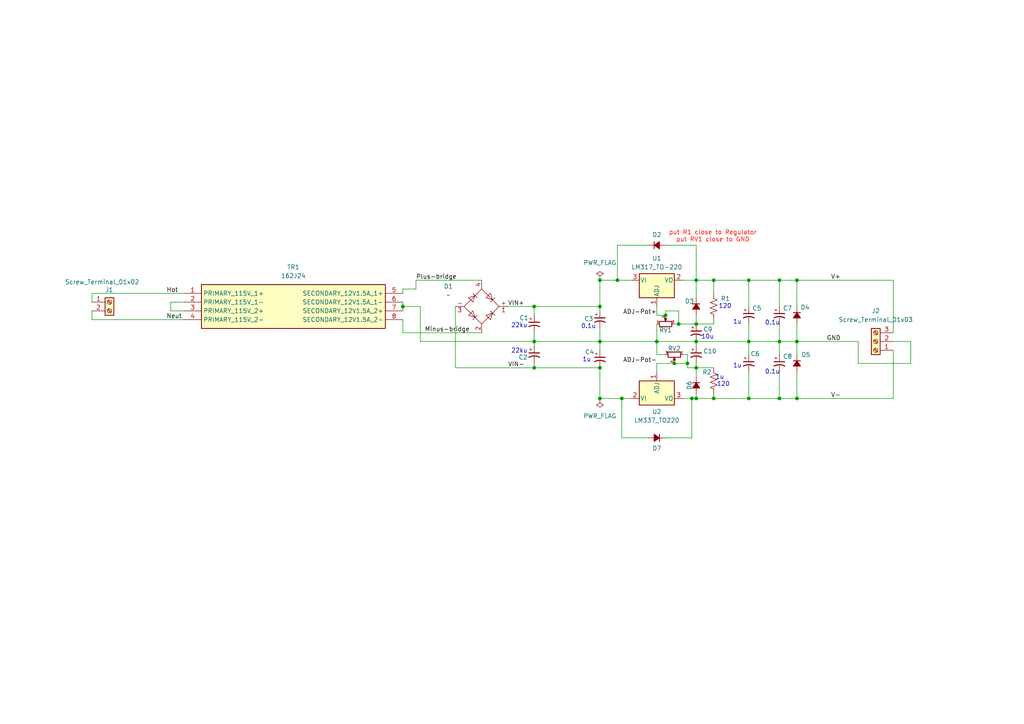
<source format=kicad_sch>
(kicad_sch
	(version 20250114)
	(generator "eeschema")
	(generator_version "9.0")
	(uuid "73d40741-8b05-46c2-b74f-2d5632cb0762")
	(paper "A4")
	(title_block
		(title "Dual Power Supply Board")
		(rev "1.0")
		(company "Personal")
	)
	(lib_symbols
		(symbol "Connector:Screw_Terminal_01x02"
			(pin_names
				(offset 1.016)
				(hide yes)
			)
			(exclude_from_sim no)
			(in_bom yes)
			(on_board yes)
			(property "Reference" "J"
				(at 0 2.54 0)
				(effects
					(font
						(size 1.27 1.27)
					)
				)
			)
			(property "Value" "Screw_Terminal_01x02"
				(at 0 -5.08 0)
				(effects
					(font
						(size 1.27 1.27)
					)
				)
			)
			(property "Footprint" ""
				(at 0 0 0)
				(effects
					(font
						(size 1.27 1.27)
					)
					(hide yes)
				)
			)
			(property "Datasheet" "~"
				(at 0 0 0)
				(effects
					(font
						(size 1.27 1.27)
					)
					(hide yes)
				)
			)
			(property "Description" "Generic screw terminal, single row, 01x02, script generated (kicad-library-utils/schlib/autogen/connector/)"
				(at 0 0 0)
				(effects
					(font
						(size 1.27 1.27)
					)
					(hide yes)
				)
			)
			(property "ki_keywords" "screw terminal"
				(at 0 0 0)
				(effects
					(font
						(size 1.27 1.27)
					)
					(hide yes)
				)
			)
			(property "ki_fp_filters" "TerminalBlock*:*"
				(at 0 0 0)
				(effects
					(font
						(size 1.27 1.27)
					)
					(hide yes)
				)
			)
			(symbol "Screw_Terminal_01x02_1_1"
				(rectangle
					(start -1.27 1.27)
					(end 1.27 -3.81)
					(stroke
						(width 0.254)
						(type default)
					)
					(fill
						(type background)
					)
				)
				(polyline
					(pts
						(xy -0.5334 0.3302) (xy 0.3302 -0.508)
					)
					(stroke
						(width 0.1524)
						(type default)
					)
					(fill
						(type none)
					)
				)
				(polyline
					(pts
						(xy -0.5334 -2.2098) (xy 0.3302 -3.048)
					)
					(stroke
						(width 0.1524)
						(type default)
					)
					(fill
						(type none)
					)
				)
				(polyline
					(pts
						(xy -0.3556 0.508) (xy 0.508 -0.3302)
					)
					(stroke
						(width 0.1524)
						(type default)
					)
					(fill
						(type none)
					)
				)
				(polyline
					(pts
						(xy -0.3556 -2.032) (xy 0.508 -2.8702)
					)
					(stroke
						(width 0.1524)
						(type default)
					)
					(fill
						(type none)
					)
				)
				(circle
					(center 0 0)
					(radius 0.635)
					(stroke
						(width 0.1524)
						(type default)
					)
					(fill
						(type none)
					)
				)
				(circle
					(center 0 -2.54)
					(radius 0.635)
					(stroke
						(width 0.1524)
						(type default)
					)
					(fill
						(type none)
					)
				)
				(pin passive line
					(at -5.08 0 0)
					(length 3.81)
					(name "Pin_1"
						(effects
							(font
								(size 1.27 1.27)
							)
						)
					)
					(number "1"
						(effects
							(font
								(size 1.27 1.27)
							)
						)
					)
				)
				(pin passive line
					(at -5.08 -2.54 0)
					(length 3.81)
					(name "Pin_2"
						(effects
							(font
								(size 1.27 1.27)
							)
						)
					)
					(number "2"
						(effects
							(font
								(size 1.27 1.27)
							)
						)
					)
				)
			)
			(embedded_fonts no)
		)
		(symbol "Connector:Screw_Terminal_01x03"
			(pin_names
				(offset 1.016)
				(hide yes)
			)
			(exclude_from_sim no)
			(in_bom yes)
			(on_board yes)
			(property "Reference" "J"
				(at 0 5.08 0)
				(effects
					(font
						(size 1.27 1.27)
					)
				)
			)
			(property "Value" "Screw_Terminal_01x03"
				(at 0 -5.08 0)
				(effects
					(font
						(size 1.27 1.27)
					)
				)
			)
			(property "Footprint" ""
				(at 0 0 0)
				(effects
					(font
						(size 1.27 1.27)
					)
					(hide yes)
				)
			)
			(property "Datasheet" "~"
				(at 0 0 0)
				(effects
					(font
						(size 1.27 1.27)
					)
					(hide yes)
				)
			)
			(property "Description" "Generic screw terminal, single row, 01x03, script generated (kicad-library-utils/schlib/autogen/connector/)"
				(at 0 0 0)
				(effects
					(font
						(size 1.27 1.27)
					)
					(hide yes)
				)
			)
			(property "ki_keywords" "screw terminal"
				(at 0 0 0)
				(effects
					(font
						(size 1.27 1.27)
					)
					(hide yes)
				)
			)
			(property "ki_fp_filters" "TerminalBlock*:*"
				(at 0 0 0)
				(effects
					(font
						(size 1.27 1.27)
					)
					(hide yes)
				)
			)
			(symbol "Screw_Terminal_01x03_1_1"
				(rectangle
					(start -1.27 3.81)
					(end 1.27 -3.81)
					(stroke
						(width 0.254)
						(type default)
					)
					(fill
						(type background)
					)
				)
				(polyline
					(pts
						(xy -0.5334 2.8702) (xy 0.3302 2.032)
					)
					(stroke
						(width 0.1524)
						(type default)
					)
					(fill
						(type none)
					)
				)
				(polyline
					(pts
						(xy -0.5334 0.3302) (xy 0.3302 -0.508)
					)
					(stroke
						(width 0.1524)
						(type default)
					)
					(fill
						(type none)
					)
				)
				(polyline
					(pts
						(xy -0.5334 -2.2098) (xy 0.3302 -3.048)
					)
					(stroke
						(width 0.1524)
						(type default)
					)
					(fill
						(type none)
					)
				)
				(polyline
					(pts
						(xy -0.3556 3.048) (xy 0.508 2.2098)
					)
					(stroke
						(width 0.1524)
						(type default)
					)
					(fill
						(type none)
					)
				)
				(polyline
					(pts
						(xy -0.3556 0.508) (xy 0.508 -0.3302)
					)
					(stroke
						(width 0.1524)
						(type default)
					)
					(fill
						(type none)
					)
				)
				(polyline
					(pts
						(xy -0.3556 -2.032) (xy 0.508 -2.8702)
					)
					(stroke
						(width 0.1524)
						(type default)
					)
					(fill
						(type none)
					)
				)
				(circle
					(center 0 2.54)
					(radius 0.635)
					(stroke
						(width 0.1524)
						(type default)
					)
					(fill
						(type none)
					)
				)
				(circle
					(center 0 0)
					(radius 0.635)
					(stroke
						(width 0.1524)
						(type default)
					)
					(fill
						(type none)
					)
				)
				(circle
					(center 0 -2.54)
					(radius 0.635)
					(stroke
						(width 0.1524)
						(type default)
					)
					(fill
						(type none)
					)
				)
				(pin passive line
					(at -5.08 2.54 0)
					(length 3.81)
					(name "Pin_1"
						(effects
							(font
								(size 1.27 1.27)
							)
						)
					)
					(number "1"
						(effects
							(font
								(size 1.27 1.27)
							)
						)
					)
				)
				(pin passive line
					(at -5.08 0 0)
					(length 3.81)
					(name "Pin_2"
						(effects
							(font
								(size 1.27 1.27)
							)
						)
					)
					(number "2"
						(effects
							(font
								(size 1.27 1.27)
							)
						)
					)
				)
				(pin passive line
					(at -5.08 -2.54 0)
					(length 3.81)
					(name "Pin_3"
						(effects
							(font
								(size 1.27 1.27)
							)
						)
					)
					(number "3"
						(effects
							(font
								(size 1.27 1.27)
							)
						)
					)
				)
			)
			(embedded_fonts no)
		)
		(symbol "Device:C_Polarized_Small_US"
			(pin_numbers
				(hide yes)
			)
			(pin_names
				(offset 0.254)
				(hide yes)
			)
			(exclude_from_sim no)
			(in_bom yes)
			(on_board yes)
			(property "Reference" "C"
				(at 0.254 1.778 0)
				(effects
					(font
						(size 1.27 1.27)
					)
					(justify left)
				)
			)
			(property "Value" "C_Polarized_Small_US"
				(at 0.254 -2.032 0)
				(effects
					(font
						(size 1.27 1.27)
					)
					(justify left)
				)
			)
			(property "Footprint" ""
				(at 0 0 0)
				(effects
					(font
						(size 1.27 1.27)
					)
					(hide yes)
				)
			)
			(property "Datasheet" "~"
				(at 0 0 0)
				(effects
					(font
						(size 1.27 1.27)
					)
					(hide yes)
				)
			)
			(property "Description" "Polarized capacitor, small US symbol"
				(at 0 0 0)
				(effects
					(font
						(size 1.27 1.27)
					)
					(hide yes)
				)
			)
			(property "ki_keywords" "cap capacitor"
				(at 0 0 0)
				(effects
					(font
						(size 1.27 1.27)
					)
					(hide yes)
				)
			)
			(property "ki_fp_filters" "CP_*"
				(at 0 0 0)
				(effects
					(font
						(size 1.27 1.27)
					)
					(hide yes)
				)
			)
			(symbol "C_Polarized_Small_US_0_1"
				(polyline
					(pts
						(xy -1.524 0.508) (xy 1.524 0.508)
					)
					(stroke
						(width 0.3048)
						(type default)
					)
					(fill
						(type none)
					)
				)
				(polyline
					(pts
						(xy -1.27 1.524) (xy -0.762 1.524)
					)
					(stroke
						(width 0)
						(type default)
					)
					(fill
						(type none)
					)
				)
				(polyline
					(pts
						(xy -1.016 1.27) (xy -1.016 1.778)
					)
					(stroke
						(width 0)
						(type default)
					)
					(fill
						(type none)
					)
				)
				(arc
					(start -1.524 -0.762)
					(mid 0 -0.3734)
					(end 1.524 -0.762)
					(stroke
						(width 0.3048)
						(type default)
					)
					(fill
						(type none)
					)
				)
			)
			(symbol "C_Polarized_Small_US_1_1"
				(pin passive line
					(at 0 2.54 270)
					(length 2.032)
					(name "~"
						(effects
							(font
								(size 1.27 1.27)
							)
						)
					)
					(number "1"
						(effects
							(font
								(size 1.27 1.27)
							)
						)
					)
				)
				(pin passive line
					(at 0 -2.54 90)
					(length 2.032)
					(name "~"
						(effects
							(font
								(size 1.27 1.27)
							)
						)
					)
					(number "2"
						(effects
							(font
								(size 1.27 1.27)
							)
						)
					)
				)
			)
			(embedded_fonts no)
		)
		(symbol "Device:D_Small_Filled"
			(pin_numbers
				(hide yes)
			)
			(pin_names
				(offset 0.254)
				(hide yes)
			)
			(exclude_from_sim no)
			(in_bom yes)
			(on_board yes)
			(property "Reference" "D"
				(at -1.27 2.032 0)
				(effects
					(font
						(size 1.27 1.27)
					)
					(justify left)
				)
			)
			(property "Value" "D_Small_Filled"
				(at -3.81 -2.032 0)
				(effects
					(font
						(size 1.27 1.27)
					)
					(justify left)
				)
			)
			(property "Footprint" ""
				(at 0 0 90)
				(effects
					(font
						(size 1.27 1.27)
					)
					(hide yes)
				)
			)
			(property "Datasheet" "~"
				(at 0 0 90)
				(effects
					(font
						(size 1.27 1.27)
					)
					(hide yes)
				)
			)
			(property "Description" "Diode, small symbol, filled shape"
				(at 0 0 0)
				(effects
					(font
						(size 1.27 1.27)
					)
					(hide yes)
				)
			)
			(property "Sim.Device" "D"
				(at 0 0 0)
				(effects
					(font
						(size 1.27 1.27)
					)
					(hide yes)
				)
			)
			(property "Sim.Pins" "1=K 2=A"
				(at 0 0 0)
				(effects
					(font
						(size 1.27 1.27)
					)
					(hide yes)
				)
			)
			(property "ki_keywords" "diode"
				(at 0 0 0)
				(effects
					(font
						(size 1.27 1.27)
					)
					(hide yes)
				)
			)
			(property "ki_fp_filters" "TO-???* *_Diode_* *SingleDiode* D_*"
				(at 0 0 0)
				(effects
					(font
						(size 1.27 1.27)
					)
					(hide yes)
				)
			)
			(symbol "D_Small_Filled_0_1"
				(polyline
					(pts
						(xy -0.762 0) (xy 0.762 0)
					)
					(stroke
						(width 0)
						(type default)
					)
					(fill
						(type none)
					)
				)
				(polyline
					(pts
						(xy -0.762 -1.016) (xy -0.762 1.016)
					)
					(stroke
						(width 0.254)
						(type default)
					)
					(fill
						(type none)
					)
				)
				(polyline
					(pts
						(xy 0.762 -1.016) (xy -0.762 0) (xy 0.762 1.016) (xy 0.762 -1.016)
					)
					(stroke
						(width 0.254)
						(type default)
					)
					(fill
						(type outline)
					)
				)
			)
			(symbol "D_Small_Filled_1_1"
				(pin passive line
					(at -2.54 0 0)
					(length 1.778)
					(name "K"
						(effects
							(font
								(size 1.27 1.27)
							)
						)
					)
					(number "1"
						(effects
							(font
								(size 1.27 1.27)
							)
						)
					)
				)
				(pin passive line
					(at 2.54 0 180)
					(length 1.778)
					(name "A"
						(effects
							(font
								(size 1.27 1.27)
							)
						)
					)
					(number "2"
						(effects
							(font
								(size 1.27 1.27)
							)
						)
					)
				)
			)
			(embedded_fonts no)
		)
		(symbol "Device:R_Potentiometer_Small"
			(pin_names
				(offset 1.016)
				(hide yes)
			)
			(exclude_from_sim no)
			(in_bom yes)
			(on_board yes)
			(property "Reference" "RV"
				(at -4.445 0 90)
				(effects
					(font
						(size 1.27 1.27)
					)
				)
			)
			(property "Value" "R_Potentiometer_Small"
				(at -2.54 0 90)
				(effects
					(font
						(size 1.27 1.27)
					)
				)
			)
			(property "Footprint" ""
				(at 0 0 0)
				(effects
					(font
						(size 1.27 1.27)
					)
					(hide yes)
				)
			)
			(property "Datasheet" "~"
				(at 0 0 0)
				(effects
					(font
						(size 1.27 1.27)
					)
					(hide yes)
				)
			)
			(property "Description" "Potentiometer"
				(at 0 0 0)
				(effects
					(font
						(size 1.27 1.27)
					)
					(hide yes)
				)
			)
			(property "ki_keywords" "resistor variable"
				(at 0 0 0)
				(effects
					(font
						(size 1.27 1.27)
					)
					(hide yes)
				)
			)
			(property "ki_fp_filters" "Potentiometer*"
				(at 0 0 0)
				(effects
					(font
						(size 1.27 1.27)
					)
					(hide yes)
				)
			)
			(symbol "R_Potentiometer_Small_0_1"
				(rectangle
					(start 0.762 1.8034)
					(end -0.762 -1.8034)
					(stroke
						(width 0.254)
						(type default)
					)
					(fill
						(type none)
					)
				)
				(polyline
					(pts
						(xy 0.889 0) (xy 0.635 0) (xy 1.651 0.381) (xy 1.651 -0.381) (xy 0.635 0) (xy 0.889 0)
					)
					(stroke
						(width 0)
						(type default)
					)
					(fill
						(type outline)
					)
				)
			)
			(symbol "R_Potentiometer_Small_1_1"
				(pin passive line
					(at 0 2.54 270)
					(length 0.635)
					(name "1"
						(effects
							(font
								(size 0.635 0.635)
							)
						)
					)
					(number "1"
						(effects
							(font
								(size 0.635 0.635)
							)
						)
					)
				)
				(pin passive line
					(at 0 -2.54 90)
					(length 0.635)
					(name "3"
						(effects
							(font
								(size 0.635 0.635)
							)
						)
					)
					(number "3"
						(effects
							(font
								(size 0.635 0.635)
							)
						)
					)
				)
				(pin passive line
					(at 2.54 0 180)
					(length 0.9906)
					(name "2"
						(effects
							(font
								(size 0.635 0.635)
							)
						)
					)
					(number "2"
						(effects
							(font
								(size 0.635 0.635)
							)
						)
					)
				)
			)
			(embedded_fonts no)
		)
		(symbol "Device:R_US"
			(pin_numbers
				(hide yes)
			)
			(pin_names
				(offset 0)
			)
			(exclude_from_sim no)
			(in_bom yes)
			(on_board yes)
			(property "Reference" "R"
				(at 2.54 0 90)
				(effects
					(font
						(size 1.27 1.27)
					)
				)
			)
			(property "Value" "R_US"
				(at -2.54 0 90)
				(effects
					(font
						(size 1.27 1.27)
					)
				)
			)
			(property "Footprint" ""
				(at 1.016 -0.254 90)
				(effects
					(font
						(size 1.27 1.27)
					)
					(hide yes)
				)
			)
			(property "Datasheet" "~"
				(at 0 0 0)
				(effects
					(font
						(size 1.27 1.27)
					)
					(hide yes)
				)
			)
			(property "Description" "Resistor, US symbol"
				(at 0 0 0)
				(effects
					(font
						(size 1.27 1.27)
					)
					(hide yes)
				)
			)
			(property "ki_keywords" "R res resistor"
				(at 0 0 0)
				(effects
					(font
						(size 1.27 1.27)
					)
					(hide yes)
				)
			)
			(property "ki_fp_filters" "R_*"
				(at 0 0 0)
				(effects
					(font
						(size 1.27 1.27)
					)
					(hide yes)
				)
			)
			(symbol "R_US_0_1"
				(polyline
					(pts
						(xy 0 2.286) (xy 0 2.54)
					)
					(stroke
						(width 0)
						(type default)
					)
					(fill
						(type none)
					)
				)
				(polyline
					(pts
						(xy 0 2.286) (xy 1.016 1.905) (xy 0 1.524) (xy -1.016 1.143) (xy 0 0.762)
					)
					(stroke
						(width 0)
						(type default)
					)
					(fill
						(type none)
					)
				)
				(polyline
					(pts
						(xy 0 0.762) (xy 1.016 0.381) (xy 0 0) (xy -1.016 -0.381) (xy 0 -0.762)
					)
					(stroke
						(width 0)
						(type default)
					)
					(fill
						(type none)
					)
				)
				(polyline
					(pts
						(xy 0 -0.762) (xy 1.016 -1.143) (xy 0 -1.524) (xy -1.016 -1.905) (xy 0 -2.286)
					)
					(stroke
						(width 0)
						(type default)
					)
					(fill
						(type none)
					)
				)
				(polyline
					(pts
						(xy 0 -2.286) (xy 0 -2.54)
					)
					(stroke
						(width 0)
						(type default)
					)
					(fill
						(type none)
					)
				)
			)
			(symbol "R_US_1_1"
				(pin passive line
					(at 0 3.81 270)
					(length 1.27)
					(name "~"
						(effects
							(font
								(size 1.27 1.27)
							)
						)
					)
					(number "1"
						(effects
							(font
								(size 1.27 1.27)
							)
						)
					)
				)
				(pin passive line
					(at 0 -3.81 90)
					(length 1.27)
					(name "~"
						(effects
							(font
								(size 1.27 1.27)
							)
						)
					)
					(number "2"
						(effects
							(font
								(size 1.27 1.27)
							)
						)
					)
				)
			)
			(embedded_fonts no)
		)
		(symbol "Diode_Bridge:VS-KBPC601"
			(pin_names
				(offset 0)
			)
			(exclude_from_sim no)
			(in_bom yes)
			(on_board yes)
			(property "Reference" "D"
				(at 2.54 6.985 0)
				(effects
					(font
						(size 1.27 1.27)
					)
					(justify left)
				)
			)
			(property "Value" "VS-KBPC601"
				(at 2.54 5.08 0)
				(effects
					(font
						(size 1.27 1.27)
					)
					(justify left)
				)
			)
			(property "Footprint" "Diode_THT:Diode_Bridge_Vishay_KBPC6"
				(at 3.81 3.175 0)
				(effects
					(font
						(size 1.27 1.27)
					)
					(justify left)
					(hide yes)
				)
			)
			(property "Datasheet" "http://www.vishay.com/docs/93585/vs-kbpc1series.pdf"
				(at 0 0 0)
				(effects
					(font
						(size 1.27 1.27)
					)
					(hide yes)
				)
			)
			(property "Description" "Single-Phase Bridge Rectifier, 40V Vrms, 6.0A If, KBPC6 package"
				(at 0 0 0)
				(effects
					(font
						(size 1.27 1.27)
					)
					(hide yes)
				)
			)
			(property "ki_keywords" "rectifier acdc"
				(at 0 0 0)
				(effects
					(font
						(size 1.27 1.27)
					)
					(hide yes)
				)
			)
			(property "ki_fp_filters" "D*Bridge*Vishay*KBPC6*"
				(at 0 0 0)
				(effects
					(font
						(size 1.27 1.27)
					)
					(hide yes)
				)
			)
			(symbol "VS-KBPC601_0_1"
				(polyline
					(pts
						(xy -5.08 0) (xy 0 -5.08) (xy 5.08 0) (xy 0 5.08) (xy -5.08 0)
					)
					(stroke
						(width 0)
						(type default)
					)
					(fill
						(type none)
					)
				)
				(polyline
					(pts
						(xy -3.81 2.54) (xy -2.54 1.27) (xy -1.905 3.175) (xy -3.81 2.54)
					)
					(stroke
						(width 0)
						(type default)
					)
					(fill
						(type none)
					)
				)
				(polyline
					(pts
						(xy -2.54 3.81) (xy -1.27 2.54)
					)
					(stroke
						(width 0)
						(type default)
					)
					(fill
						(type none)
					)
				)
				(polyline
					(pts
						(xy -2.54 -1.27) (xy -3.81 -2.54) (xy -1.905 -3.175) (xy -2.54 -1.27)
					)
					(stroke
						(width 0)
						(type default)
					)
					(fill
						(type none)
					)
				)
				(polyline
					(pts
						(xy -1.27 -2.54) (xy -2.54 -3.81)
					)
					(stroke
						(width 0)
						(type default)
					)
					(fill
						(type none)
					)
				)
				(polyline
					(pts
						(xy 1.27 2.54) (xy 2.54 3.81) (xy 3.175 1.905) (xy 1.27 2.54)
					)
					(stroke
						(width 0)
						(type default)
					)
					(fill
						(type none)
					)
				)
				(polyline
					(pts
						(xy 2.54 1.27) (xy 3.81 2.54)
					)
					(stroke
						(width 0)
						(type default)
					)
					(fill
						(type none)
					)
				)
				(polyline
					(pts
						(xy 2.54 -1.27) (xy 3.81 -2.54)
					)
					(stroke
						(width 0)
						(type default)
					)
					(fill
						(type none)
					)
				)
				(polyline
					(pts
						(xy 3.175 -1.905) (xy 1.27 -2.54) (xy 2.54 -3.81) (xy 3.175 -1.905)
					)
					(stroke
						(width 0)
						(type default)
					)
					(fill
						(type none)
					)
				)
			)
			(symbol "VS-KBPC601_1_1"
				(pin passive line
					(at -7.62 0 0)
					(length 2.54)
					(name "-"
						(effects
							(font
								(size 1.27 1.27)
							)
						)
					)
					(number "3"
						(effects
							(font
								(size 1.27 1.27)
							)
						)
					)
				)
				(pin passive line
					(at 0 7.62 270)
					(length 2.54)
					(name "~"
						(effects
							(font
								(size 1.27 1.27)
							)
						)
					)
					(number "4"
						(effects
							(font
								(size 1.27 1.27)
							)
						)
					)
				)
				(pin passive line
					(at 0 -7.62 90)
					(length 2.54)
					(name "~"
						(effects
							(font
								(size 1.27 1.27)
							)
						)
					)
					(number "2"
						(effects
							(font
								(size 1.27 1.27)
							)
						)
					)
				)
				(pin passive line
					(at 7.62 0 180)
					(length 2.54)
					(name "+"
						(effects
							(font
								(size 1.27 1.27)
							)
						)
					)
					(number "1"
						(effects
							(font
								(size 1.27 1.27)
							)
						)
					)
				)
			)
			(embedded_fonts no)
		)
		(symbol "Regulator_Linear:LM317_TO-220"
			(pin_names
				(offset 0.254)
			)
			(exclude_from_sim no)
			(in_bom yes)
			(on_board yes)
			(property "Reference" "U"
				(at -3.81 3.175 0)
				(effects
					(font
						(size 1.27 1.27)
					)
				)
			)
			(property "Value" "LM317_TO-220"
				(at 0 3.175 0)
				(effects
					(font
						(size 1.27 1.27)
					)
					(justify left)
				)
			)
			(property "Footprint" "Package_TO_SOT_THT:TO-220-3_Vertical"
				(at 0 6.35 0)
				(effects
					(font
						(size 1.27 1.27)
						(italic yes)
					)
					(hide yes)
				)
			)
			(property "Datasheet" "http://www.ti.com/lit/ds/symlink/lm317.pdf"
				(at 0 0 0)
				(effects
					(font
						(size 1.27 1.27)
					)
					(hide yes)
				)
			)
			(property "Description" "1.5A 35V Adjustable Linear Regulator, TO-220"
				(at 0 0 0)
				(effects
					(font
						(size 1.27 1.27)
					)
					(hide yes)
				)
			)
			(property "ki_keywords" "Adjustable Voltage Regulator 1A Positive"
				(at 0 0 0)
				(effects
					(font
						(size 1.27 1.27)
					)
					(hide yes)
				)
			)
			(property "ki_fp_filters" "TO?220*"
				(at 0 0 0)
				(effects
					(font
						(size 1.27 1.27)
					)
					(hide yes)
				)
			)
			(symbol "LM317_TO-220_0_1"
				(rectangle
					(start -5.08 1.905)
					(end 5.08 -5.08)
					(stroke
						(width 0.254)
						(type default)
					)
					(fill
						(type background)
					)
				)
			)
			(symbol "LM317_TO-220_1_1"
				(pin power_in line
					(at -7.62 0 0)
					(length 2.54)
					(name "VI"
						(effects
							(font
								(size 1.27 1.27)
							)
						)
					)
					(number "3"
						(effects
							(font
								(size 1.27 1.27)
							)
						)
					)
				)
				(pin input line
					(at 0 -7.62 90)
					(length 2.54)
					(name "ADJ"
						(effects
							(font
								(size 1.27 1.27)
							)
						)
					)
					(number "1"
						(effects
							(font
								(size 1.27 1.27)
							)
						)
					)
				)
				(pin power_out line
					(at 7.62 0 180)
					(length 2.54)
					(name "VO"
						(effects
							(font
								(size 1.27 1.27)
							)
						)
					)
					(number "2"
						(effects
							(font
								(size 1.27 1.27)
							)
						)
					)
				)
			)
			(embedded_fonts no)
		)
		(symbol "Regulator_Linear:LM337_TO220"
			(pin_names
				(offset 0.254)
			)
			(exclude_from_sim no)
			(in_bom yes)
			(on_board yes)
			(property "Reference" "U"
				(at -3.81 -3.175 0)
				(effects
					(font
						(size 1.27 1.27)
					)
				)
			)
			(property "Value" "LM337_TO220"
				(at 0 -3.175 0)
				(effects
					(font
						(size 1.27 1.27)
					)
					(justify left)
				)
			)
			(property "Footprint" "Package_TO_SOT_THT:TO-220-3_Vertical"
				(at 0 -5.08 0)
				(effects
					(font
						(size 1.27 1.27)
						(italic yes)
					)
					(hide yes)
				)
			)
			(property "Datasheet" "http://www.ti.com/lit/ds/symlink/lm337-n.pdf"
				(at 0 0 0)
				(effects
					(font
						(size 1.27 1.27)
					)
					(hide yes)
				)
			)
			(property "Description" "Negative 1.5A 35V Adjustable Linear Regulator, TO-220"
				(at 0 0 0)
				(effects
					(font
						(size 1.27 1.27)
					)
					(hide yes)
				)
			)
			(property "ki_keywords" "Adjustable Voltage Regulator 1.5A Negative"
				(at 0 0 0)
				(effects
					(font
						(size 1.27 1.27)
					)
					(hide yes)
				)
			)
			(property "ki_fp_filters" "TO?220*"
				(at 0 0 0)
				(effects
					(font
						(size 1.27 1.27)
					)
					(hide yes)
				)
			)
			(symbol "LM337_TO220_0_1"
				(rectangle
					(start -5.08 5.08)
					(end 5.08 -1.905)
					(stroke
						(width 0.254)
						(type default)
					)
					(fill
						(type background)
					)
				)
			)
			(symbol "LM337_TO220_1_1"
				(pin power_in line
					(at -7.62 0 0)
					(length 2.54)
					(name "VI"
						(effects
							(font
								(size 1.27 1.27)
							)
						)
					)
					(number "2"
						(effects
							(font
								(size 1.27 1.27)
							)
						)
					)
				)
				(pin input line
					(at 0 7.62 270)
					(length 2.54)
					(name "ADJ"
						(effects
							(font
								(size 1.27 1.27)
							)
						)
					)
					(number "1"
						(effects
							(font
								(size 1.27 1.27)
							)
						)
					)
				)
				(pin power_out line
					(at 7.62 0 180)
					(length 2.54)
					(name "VO"
						(effects
							(font
								(size 1.27 1.27)
							)
						)
					)
					(number "3"
						(effects
							(font
								(size 1.27 1.27)
							)
						)
					)
				)
			)
			(embedded_fonts no)
		)
		(symbol "Transformer_Custom:162J24"
			(exclude_from_sim no)
			(in_bom yes)
			(on_board yes)
			(property "Reference" "TR"
				(at 59.69 7.62 0)
				(effects
					(font
						(size 1.27 1.27)
					)
					(justify left top)
				)
			)
			(property "Value" "162J24"
				(at 59.69 5.08 0)
				(effects
					(font
						(size 1.27 1.27)
					)
					(justify left top)
				)
			)
			(property "Footprint" "162J24"
				(at 59.69 -94.92 0)
				(effects
					(font
						(size 1.27 1.27)
					)
					(justify left top)
					(hide yes)
				)
			)
			(property "Datasheet" "https://www.hammfg.com/files/parts/pdf/162J24.pdf?v=1713718165"
				(at 59.69 -194.92 0)
				(effects
					(font
						(size 1.27 1.27)
					)
					(justify left top)
					(hide yes)
				)
			)
			(property "Description" "Power Transformers Transformer, low volt PCB mount, low profile, 115/230V, 36VA, 24V C.T. @ 1.5A"
				(at 0 0 0)
				(effects
					(font
						(size 1.27 1.27)
					)
					(hide yes)
				)
			)
			(property "Height" "40.386"
				(at 59.69 -394.92 0)
				(effects
					(font
						(size 1.27 1.27)
					)
					(justify left top)
					(hide yes)
				)
			)
			(property "Manufacturer_Name" "Hammond Manufacturing"
				(at 59.69 -494.92 0)
				(effects
					(font
						(size 1.27 1.27)
					)
					(justify left top)
					(hide yes)
				)
			)
			(property "Manufacturer_Part_Number" "162J24"
				(at 59.69 -594.92 0)
				(effects
					(font
						(size 1.27 1.27)
					)
					(justify left top)
					(hide yes)
				)
			)
			(property "Mouser Part Number" "546-162J24"
				(at 59.69 -694.92 0)
				(effects
					(font
						(size 1.27 1.27)
					)
					(justify left top)
					(hide yes)
				)
			)
			(property "Mouser Price/Stock" "https://www.mouser.co.uk/ProductDetail/Hammond-Manufacturing/162J24?qs=9QYNoYI37pmKB95j3EC5Ow%3D%3D"
				(at 59.69 -794.92 0)
				(effects
					(font
						(size 1.27 1.27)
					)
					(justify left top)
					(hide yes)
				)
			)
			(property "Arrow Part Number" "162J24"
				(at 59.69 -894.92 0)
				(effects
					(font
						(size 1.27 1.27)
					)
					(justify left top)
					(hide yes)
				)
			)
			(property "Arrow Price/Stock" "https://www.arrow.com/en/products/162j24/hammond-manufacturing"
				(at 59.69 -994.92 0)
				(effects
					(font
						(size 1.27 1.27)
					)
					(justify left top)
					(hide yes)
				)
			)
			(symbol "162J24_1_1"
				(rectangle
					(start 5.08 2.54)
					(end 58.42 -10.16)
					(stroke
						(width 0.254)
						(type default)
					)
					(fill
						(type background)
					)
				)
				(pin passive line
					(at 0 0 0)
					(length 5.08)
					(name "PRIMARY_115V_1+"
						(effects
							(font
								(size 1.27 1.27)
							)
						)
					)
					(number "1"
						(effects
							(font
								(size 1.27 1.27)
							)
						)
					)
				)
				(pin passive line
					(at 0 -2.54 0)
					(length 5.08)
					(name "PRIMARY_115V_1-"
						(effects
							(font
								(size 1.27 1.27)
							)
						)
					)
					(number "2"
						(effects
							(font
								(size 1.27 1.27)
							)
						)
					)
				)
				(pin passive line
					(at 0 -5.08 0)
					(length 5.08)
					(name "PRIMARY_115V_2+"
						(effects
							(font
								(size 1.27 1.27)
							)
						)
					)
					(number "3"
						(effects
							(font
								(size 1.27 1.27)
							)
						)
					)
				)
				(pin passive line
					(at 0 -7.62 0)
					(length 5.08)
					(name "PRIMARY_115V_2-"
						(effects
							(font
								(size 1.27 1.27)
							)
						)
					)
					(number "4"
						(effects
							(font
								(size 1.27 1.27)
							)
						)
					)
				)
				(pin passive line
					(at 63.5 0 180)
					(length 5.08)
					(name "SECONDARY_12V1.5A_1+"
						(effects
							(font
								(size 1.27 1.27)
							)
						)
					)
					(number "5"
						(effects
							(font
								(size 1.27 1.27)
							)
						)
					)
				)
				(pin passive line
					(at 63.5 -2.54 180)
					(length 5.08)
					(name "SECONDARY_12V1.5A_1-"
						(effects
							(font
								(size 1.27 1.27)
							)
						)
					)
					(number "6"
						(effects
							(font
								(size 1.27 1.27)
							)
						)
					)
				)
				(pin passive line
					(at 63.5 -5.08 180)
					(length 5.08)
					(name "SECONDARY_12V1.5A_2+"
						(effects
							(font
								(size 1.27 1.27)
							)
						)
					)
					(number "7"
						(effects
							(font
								(size 1.27 1.27)
							)
						)
					)
				)
				(pin passive line
					(at 63.5 -7.62 180)
					(length 5.08)
					(name "SECONDARY_12V1.5A_2-"
						(effects
							(font
								(size 1.27 1.27)
							)
						)
					)
					(number "8"
						(effects
							(font
								(size 1.27 1.27)
							)
						)
					)
				)
			)
			(embedded_fonts no)
		)
		(symbol "power:PWR_FLAG"
			(power)
			(pin_numbers
				(hide yes)
			)
			(pin_names
				(offset 0)
				(hide yes)
			)
			(exclude_from_sim no)
			(in_bom yes)
			(on_board yes)
			(property "Reference" "#FLG"
				(at 0 1.905 0)
				(effects
					(font
						(size 1.27 1.27)
					)
					(hide yes)
				)
			)
			(property "Value" "PWR_FLAG"
				(at 0 3.81 0)
				(effects
					(font
						(size 1.27 1.27)
					)
				)
			)
			(property "Footprint" ""
				(at 0 0 0)
				(effects
					(font
						(size 1.27 1.27)
					)
					(hide yes)
				)
			)
			(property "Datasheet" "~"
				(at 0 0 0)
				(effects
					(font
						(size 1.27 1.27)
					)
					(hide yes)
				)
			)
			(property "Description" "Special symbol for telling ERC where power comes from"
				(at 0 0 0)
				(effects
					(font
						(size 1.27 1.27)
					)
					(hide yes)
				)
			)
			(property "ki_keywords" "flag power"
				(at 0 0 0)
				(effects
					(font
						(size 1.27 1.27)
					)
					(hide yes)
				)
			)
			(symbol "PWR_FLAG_0_0"
				(pin power_out line
					(at 0 0 90)
					(length 0)
					(name "~"
						(effects
							(font
								(size 1.27 1.27)
							)
						)
					)
					(number "1"
						(effects
							(font
								(size 1.27 1.27)
							)
						)
					)
				)
			)
			(symbol "PWR_FLAG_0_1"
				(polyline
					(pts
						(xy 0 0) (xy 0 1.27) (xy -1.016 1.905) (xy 0 2.54) (xy 1.016 1.905) (xy 0 1.27)
					)
					(stroke
						(width 0)
						(type default)
					)
					(fill
						(type none)
					)
				)
			)
			(embedded_fonts no)
		)
	)
	(text "1u"
		(exclude_from_sim no)
		(at 208.788 109.474 0)
		(effects
			(font
				(size 1.27 1.27)
			)
		)
		(uuid "0349a27f-c8fc-47ee-a322-d39e9580c3c8")
	)
	(text "0.1u"
		(exclude_from_sim no)
		(at 170.688 94.742 0)
		(effects
			(font
				(size 1.27 1.27)
			)
		)
		(uuid "0667cdae-3081-4dbe-bb22-30c281a2d17d")
	)
	(text "120"
		(exclude_from_sim no)
		(at 209.804 111.506 0)
		(effects
			(font
				(size 1.27 1.27)
			)
		)
		(uuid "0e2c26d0-c02c-4c92-ae0d-d8a32499842f")
	)
	(text "1u"
		(exclude_from_sim no)
		(at 170.18 104.394 0)
		(effects
			(font
				(size 1.27 1.27)
			)
		)
		(uuid "33031f2f-2a08-4ca6-b9f0-17dda18fc10a")
	)
	(text "1u"
		(exclude_from_sim no)
		(at 213.868 106.172 0)
		(effects
			(font
				(size 1.27 1.27)
			)
		)
		(uuid "3a0f94be-cc14-490a-b70a-52879d96e3fc")
	)
	(text "22ku"
		(exclude_from_sim no)
		(at 150.622 94.488 0)
		(effects
			(font
				(size 1.27 1.27)
			)
		)
		(uuid "67de6277-584a-44a5-ad9f-b13b2cae346c")
	)
	(text "put R1 close to Regulator\nput RV1 close to GND\n"
		(exclude_from_sim no)
		(at 206.756 68.58 0)
		(effects
			(font
				(size 1.27 1.27)
				(color 255 15 3 1)
			)
		)
		(uuid "9750e370-ba8f-408d-90fc-6a711ebd9125")
	)
	(text "120\n"
		(exclude_from_sim no)
		(at 210.312 88.9 0)
		(effects
			(font
				(size 1.27 1.27)
			)
		)
		(uuid "bdf05893-b2e2-4b73-8b0b-12e6200432b7")
	)
	(text "0.1u"
		(exclude_from_sim no)
		(at 224.028 93.726 0)
		(effects
			(font
				(size 1.27 1.27)
			)
		)
		(uuid "c55a5f6a-52de-4eea-b37e-b6ab3de0e1a1")
	)
	(text "0.1u"
		(exclude_from_sim no)
		(at 224.028 107.95 0)
		(effects
			(font
				(size 1.27 1.27)
			)
		)
		(uuid "ca8181bb-7bc4-4625-94b0-c39cbd5da57b")
	)
	(text "10u"
		(exclude_from_sim no)
		(at 205.232 97.79 0)
		(effects
			(font
				(size 1.27 1.27)
			)
		)
		(uuid "cc35e3ca-780a-4edc-ad19-5c42b139488f")
	)
	(text "1u"
		(exclude_from_sim no)
		(at 213.868 93.472 0)
		(effects
			(font
				(size 1.27 1.27)
			)
		)
		(uuid "d9e18d4c-43a3-4f02-905e-4b7a560cd2e0")
	)
	(text "22ku"
		(exclude_from_sim no)
		(at 150.622 101.854 0)
		(effects
			(font
				(size 1.27 1.27)
			)
		)
		(uuid "e06b784d-5cad-462f-9aad-6241a4a08212")
	)
	(junction
		(at 231.14 99.06)
		(diameter 0)
		(color 0 0 0 0)
		(uuid "061db51e-9b13-4b15-b06b-329b028b980c")
	)
	(junction
		(at 173.99 115.57)
		(diameter 0)
		(color 0 0 0 0)
		(uuid "0861c6c9-7b33-42eb-a1a9-db762d1a1cb7")
	)
	(junction
		(at 195.58 105.41)
		(diameter 0)
		(color 0 0 0 0)
		(uuid "09654609-2859-44e3-8b17-b8ecb013921b")
	)
	(junction
		(at 201.93 106.68)
		(diameter 0)
		(color 0 0 0 0)
		(uuid "09f9c95e-c9a6-45c2-811f-03b2fa112545")
	)
	(junction
		(at 196.85 93.98)
		(diameter 0)
		(color 0 0 0 0)
		(uuid "12b4347f-5c9c-417e-a948-1bd5f7666f37")
	)
	(junction
		(at 190.5 99.06)
		(diameter 0)
		(color 0 0 0 0)
		(uuid "1fe3170a-ec2f-4bd6-8cad-ec5065051680")
	)
	(junction
		(at 180.34 115.57)
		(diameter 0)
		(color 0 0 0 0)
		(uuid "234a05f0-f6ad-400a-9e7d-68de7f24d8d2")
	)
	(junction
		(at 154.94 99.06)
		(diameter 0)
		(color 0 0 0 0)
		(uuid "3d9b7e0f-dc9c-445a-a9f9-0e1c7663b3f1")
	)
	(junction
		(at 201.93 81.28)
		(diameter 0)
		(color 0 0 0 0)
		(uuid "4241a8b4-edab-42b7-bdb2-58cd7b8fdb14")
	)
	(junction
		(at 226.06 115.57)
		(diameter 0)
		(color 0 0 0 0)
		(uuid "44dc91a7-e26f-4e75-9d37-7e872906d3fb")
	)
	(junction
		(at 173.99 81.28)
		(diameter 0)
		(color 0 0 0 0)
		(uuid "4b0a8f02-dbff-445a-8207-24cc51167085")
	)
	(junction
		(at 231.14 115.57)
		(diameter 0)
		(color 0 0 0 0)
		(uuid "684be35f-0ba1-4b5d-a3f9-c90b1049170c")
	)
	(junction
		(at 217.17 81.28)
		(diameter 0)
		(color 0 0 0 0)
		(uuid "68d75a1f-4030-44a1-b57e-e95392f78efa")
	)
	(junction
		(at 173.99 106.68)
		(diameter 0)
		(color 0 0 0 0)
		(uuid "7192d608-c2a5-4e8a-af2e-59e82f6c1c21")
	)
	(junction
		(at 201.93 99.06)
		(diameter 0)
		(color 0 0 0 0)
		(uuid "783ab431-dec0-4b56-892f-2d1ca132464f")
	)
	(junction
		(at 207.01 115.57)
		(diameter 0)
		(color 0 0 0 0)
		(uuid "7b70f599-abd7-44b2-a92f-3e55a1228aea")
	)
	(junction
		(at 217.17 99.06)
		(diameter 0)
		(color 0 0 0 0)
		(uuid "8207059f-5b9f-4344-bb44-90c514ca8aec")
	)
	(junction
		(at 226.06 81.28)
		(diameter 0)
		(color 0 0 0 0)
		(uuid "8928d235-c71d-447d-8254-1b54f148c5ca")
	)
	(junction
		(at 217.17 115.57)
		(diameter 0)
		(color 0 0 0 0)
		(uuid "8e680e0d-edc8-4847-bd53-24c652537f4a")
	)
	(junction
		(at 154.94 88.9)
		(diameter 0)
		(color 0 0 0 0)
		(uuid "95d51f05-422c-4c01-bca4-eb78102efeee")
	)
	(junction
		(at 200.66 115.57)
		(diameter 0)
		(color 0 0 0 0)
		(uuid "aecc8620-94c6-456e-a556-86142fbe4475")
	)
	(junction
		(at 201.93 115.57)
		(diameter 0)
		(color 0 0 0 0)
		(uuid "b1f94d4a-615a-4003-9419-99ac71294903")
	)
	(junction
		(at 179.07 81.28)
		(diameter 0)
		(color 0 0 0 0)
		(uuid "c870ec4a-67e5-4831-ab81-49b5b071062a")
	)
	(junction
		(at 154.94 106.68)
		(diameter 0)
		(color 0 0 0 0)
		(uuid "cd034a28-6677-40c1-82da-8ae5c93baf73")
	)
	(junction
		(at 193.04 91.44)
		(diameter 0)
		(color 0 0 0 0)
		(uuid "d740ebd9-b952-487e-adfc-b9a23dafc6ce")
	)
	(junction
		(at 201.93 93.98)
		(diameter 0)
		(color 0 0 0 0)
		(uuid "da169c83-ceb4-478e-ac30-445a0c97bb05")
	)
	(junction
		(at 173.99 99.06)
		(diameter 0)
		(color 0 0 0 0)
		(uuid "da3a76a1-5557-42ef-859b-b8c5ac0aeccf")
	)
	(junction
		(at 207.01 81.28)
		(diameter 0)
		(color 0 0 0 0)
		(uuid "e463f443-8296-479b-8d8b-cef133f9d12c")
	)
	(junction
		(at 199.39 105.41)
		(diameter 0)
		(color 0 0 0 0)
		(uuid "e96c5cd4-6139-45ac-b308-ddede5b947df")
	)
	(junction
		(at 226.06 99.06)
		(diameter 0)
		(color 0 0 0 0)
		(uuid "e9d3c1dc-bc91-4add-bbc6-fe06513b9fcd")
	)
	(junction
		(at 116.84 88.9)
		(diameter 0)
		(color 0 0 0 0)
		(uuid "ecdf51dd-527f-466b-8975-ab47b8e99b39")
	)
	(junction
		(at 231.14 81.28)
		(diameter 0)
		(color 0 0 0 0)
		(uuid "f46c32d8-b614-4064-9d84-f900f272737f")
	)
	(junction
		(at 173.99 88.9)
		(diameter 0)
		(color 0 0 0 0)
		(uuid "fa84eee4-bcac-4be6-933c-ee8c7018e09d")
	)
	(wire
		(pts
			(xy 200.66 127) (xy 200.66 115.57)
		)
		(stroke
			(width 0)
			(type default)
		)
		(uuid "00076774-aa23-44d9-bee9-434c8477665f")
	)
	(wire
		(pts
			(xy 217.17 81.28) (xy 217.17 88.9)
		)
		(stroke
			(width 0)
			(type default)
		)
		(uuid "0066bb7e-fc18-486b-9125-fd120406e9b8")
	)
	(wire
		(pts
			(xy 207.01 114.3) (xy 207.01 115.57)
		)
		(stroke
			(width 0)
			(type default)
		)
		(uuid "0448e90e-c96e-4661-9840-17274c5f7a22")
	)
	(wire
		(pts
			(xy 201.93 99.06) (xy 201.93 100.33)
		)
		(stroke
			(width 0)
			(type default)
		)
		(uuid "097030ba-c146-4315-86e9-85046b357e5c")
	)
	(wire
		(pts
			(xy 116.84 88.9) (xy 116.84 90.17)
		)
		(stroke
			(width 0)
			(type default)
		)
		(uuid "0b54fba8-3452-4fd5-8dbb-e1898bccc186")
	)
	(wire
		(pts
			(xy 226.06 99.06) (xy 231.14 99.06)
		)
		(stroke
			(width 0)
			(type default)
		)
		(uuid "0b96693a-8dae-42d8-8ede-40d406bf2831")
	)
	(wire
		(pts
			(xy 231.14 115.57) (xy 259.08 115.57)
		)
		(stroke
			(width 0)
			(type default)
		)
		(uuid "0bb1247a-a793-47b7-9717-bdf776c93d89")
	)
	(wire
		(pts
			(xy 154.94 96.52) (xy 154.94 99.06)
		)
		(stroke
			(width 0)
			(type default)
		)
		(uuid "0e94c4a5-cb94-4a14-beca-eaa3dd87a779")
	)
	(wire
		(pts
			(xy 199.39 106.68) (xy 199.39 105.41)
		)
		(stroke
			(width 0)
			(type default)
		)
		(uuid "0f085036-7aaf-4f2d-9043-d9d03a623b55")
	)
	(wire
		(pts
			(xy 231.14 93.98) (xy 231.14 99.06)
		)
		(stroke
			(width 0)
			(type default)
		)
		(uuid "0ffffb58-4713-490a-a127-9533c9b9855d")
	)
	(wire
		(pts
			(xy 199.39 102.87) (xy 198.12 102.87)
		)
		(stroke
			(width 0)
			(type default)
		)
		(uuid "17cb4c66-8622-4850-97e8-cb0cbb332500")
	)
	(wire
		(pts
			(xy 195.58 105.41) (xy 190.5 105.41)
		)
		(stroke
			(width 0)
			(type default)
		)
		(uuid "19061758-e32c-4d52-bb2c-2563dcbd69d5")
	)
	(wire
		(pts
			(xy 201.93 105.41) (xy 201.93 106.68)
		)
		(stroke
			(width 0)
			(type default)
		)
		(uuid "19860d20-ea11-4d97-ab59-dc240aa3542c")
	)
	(wire
		(pts
			(xy 201.93 71.12) (xy 201.93 81.28)
		)
		(stroke
			(width 0)
			(type default)
		)
		(uuid "1cead775-7e1a-4bf7-963a-17e437bd9905")
	)
	(wire
		(pts
			(xy 201.93 115.57) (xy 207.01 115.57)
		)
		(stroke
			(width 0)
			(type default)
		)
		(uuid "1d7ccb73-972b-41d4-ab43-5e4807ddd106")
	)
	(wire
		(pts
			(xy 173.99 81.28) (xy 173.99 88.9)
		)
		(stroke
			(width 0)
			(type default)
		)
		(uuid "1e5acf11-335b-4f4e-b780-f27c2024ff6e")
	)
	(wire
		(pts
			(xy 190.5 102.87) (xy 190.5 99.06)
		)
		(stroke
			(width 0)
			(type default)
		)
		(uuid "1e607325-5e1a-4f1c-aab2-175ad519bd10")
	)
	(wire
		(pts
			(xy 217.17 81.28) (xy 226.06 81.28)
		)
		(stroke
			(width 0)
			(type default)
		)
		(uuid "222abd83-4e4e-4abf-a17e-ae4e1666b6a1")
	)
	(wire
		(pts
			(xy 179.07 81.28) (xy 182.88 81.28)
		)
		(stroke
			(width 0)
			(type default)
		)
		(uuid "26931ba0-c7dc-40e0-bf73-2f1e6c0f1433")
	)
	(wire
		(pts
			(xy 217.17 93.98) (xy 217.17 99.06)
		)
		(stroke
			(width 0)
			(type default)
		)
		(uuid "29824474-9c4a-42cf-b976-5f022c145d69")
	)
	(wire
		(pts
			(xy 264.16 99.06) (xy 259.08 99.06)
		)
		(stroke
			(width 0)
			(type default)
		)
		(uuid "2c13ff97-ffb6-457c-9b32-99881ee836f1")
	)
	(wire
		(pts
			(xy 226.06 81.28) (xy 226.06 88.9)
		)
		(stroke
			(width 0)
			(type default)
		)
		(uuid "2c779a71-85e5-4939-a2c1-c91adc303c8e")
	)
	(wire
		(pts
			(xy 193.04 90.17) (xy 193.04 91.44)
		)
		(stroke
			(width 0)
			(type default)
		)
		(uuid "2ce38b4d-bc6c-4856-ab7e-ed1520595437")
	)
	(wire
		(pts
			(xy 49.53 87.63) (xy 49.53 90.17)
		)
		(stroke
			(width 0)
			(type default)
		)
		(uuid "2cee7581-6362-47fa-a62e-cc9882a61418")
	)
	(wire
		(pts
			(xy 173.99 90.17) (xy 173.99 88.9)
		)
		(stroke
			(width 0)
			(type default)
		)
		(uuid "2f6ae91e-23fd-44d0-aaf8-3cd4e45961dc")
	)
	(wire
		(pts
			(xy 193.04 127) (xy 200.66 127)
		)
		(stroke
			(width 0)
			(type default)
		)
		(uuid "32176177-2b22-481e-ac7c-9e90bd124f67")
	)
	(wire
		(pts
			(xy 207.01 93.98) (xy 201.93 93.98)
		)
		(stroke
			(width 0)
			(type default)
		)
		(uuid "3730aaeb-d01e-4308-bb74-a5e4c390cac8")
	)
	(wire
		(pts
			(xy 173.99 95.25) (xy 173.99 99.06)
		)
		(stroke
			(width 0)
			(type default)
		)
		(uuid "3c07b30e-caad-4833-9a55-408d7aa5bbe5")
	)
	(wire
		(pts
			(xy 201.93 106.68) (xy 207.01 106.68)
		)
		(stroke
			(width 0)
			(type default)
		)
		(uuid "3dc69e72-5668-4335-ad17-a2ca86103a3e")
	)
	(wire
		(pts
			(xy 154.94 105.41) (xy 154.94 106.68)
		)
		(stroke
			(width 0)
			(type default)
		)
		(uuid "3e7a696d-360c-43a1-8927-4ecafc6a4d8e")
	)
	(wire
		(pts
			(xy 53.34 87.63) (xy 49.53 87.63)
		)
		(stroke
			(width 0)
			(type default)
		)
		(uuid "420e1b54-e6fe-4084-a31d-505edb1e48eb")
	)
	(wire
		(pts
			(xy 173.99 115.57) (xy 180.34 115.57)
		)
		(stroke
			(width 0)
			(type default)
		)
		(uuid "4235eee5-31e5-4672-8ac5-499c826b7cb1")
	)
	(wire
		(pts
			(xy 231.14 99.06) (xy 248.92 99.06)
		)
		(stroke
			(width 0)
			(type default)
		)
		(uuid "42441701-47e4-4c4c-bae5-dcd28db6c05b")
	)
	(wire
		(pts
			(xy 264.16 105.41) (xy 264.16 99.06)
		)
		(stroke
			(width 0)
			(type default)
		)
		(uuid "42a941bc-c757-4f2e-b08a-2198146b286d")
	)
	(wire
		(pts
			(xy 116.84 92.71) (xy 116.84 96.52)
		)
		(stroke
			(width 0)
			(type default)
		)
		(uuid "479c99dc-032f-42ac-9e52-2a21fa0182ce")
	)
	(wire
		(pts
			(xy 154.94 106.68) (xy 173.99 106.68)
		)
		(stroke
			(width 0)
			(type default)
		)
		(uuid "47e4bf14-d53d-4588-bc5b-5b159450586d")
	)
	(wire
		(pts
			(xy 201.93 106.68) (xy 201.93 109.22)
		)
		(stroke
			(width 0)
			(type default)
		)
		(uuid "4d3a936a-3e76-4317-b2f8-3c6b9d7580bc")
	)
	(wire
		(pts
			(xy 207.01 81.28) (xy 207.01 85.09)
		)
		(stroke
			(width 0)
			(type default)
		)
		(uuid "4f255ee4-0fc1-4575-aee8-a4e2504ce3b6")
	)
	(wire
		(pts
			(xy 179.07 71.12) (xy 179.07 81.28)
		)
		(stroke
			(width 0)
			(type default)
		)
		(uuid "52be3167-6505-4385-ac43-3d7044aac3f4")
	)
	(wire
		(pts
			(xy 201.93 91.44) (xy 201.93 93.98)
		)
		(stroke
			(width 0)
			(type default)
		)
		(uuid "54625dd8-cf6e-44a0-b605-9f6a44b0010e")
	)
	(wire
		(pts
			(xy 231.14 81.28) (xy 259.08 81.28)
		)
		(stroke
			(width 0)
			(type default)
		)
		(uuid "5568523e-b256-48c3-8f3a-00b9c388c06a")
	)
	(wire
		(pts
			(xy 173.99 106.68) (xy 173.99 115.57)
		)
		(stroke
			(width 0)
			(type default)
		)
		(uuid "55d4d2d6-220b-4292-a08c-fd84e4096316")
	)
	(wire
		(pts
			(xy 120.65 81.28) (xy 139.7 81.28)
		)
		(stroke
			(width 0)
			(type default)
		)
		(uuid "573f919a-5b50-4fe3-9545-7f5f7d843c3b")
	)
	(wire
		(pts
			(xy 207.01 115.57) (xy 217.17 115.57)
		)
		(stroke
			(width 0)
			(type default)
		)
		(uuid "578eff99-080e-401b-bf79-13949ae6ed33")
	)
	(wire
		(pts
			(xy 195.58 105.41) (xy 199.39 105.41)
		)
		(stroke
			(width 0)
			(type default)
		)
		(uuid "5817f01a-656b-45e9-abfa-c4b9c54e241b")
	)
	(wire
		(pts
			(xy 121.92 88.9) (xy 116.84 88.9)
		)
		(stroke
			(width 0)
			(type default)
		)
		(uuid "5b870cd4-2701-46e0-b320-40b670d4e01f")
	)
	(wire
		(pts
			(xy 187.96 71.12) (xy 179.07 71.12)
		)
		(stroke
			(width 0)
			(type default)
		)
		(uuid "5eaefd0a-43b9-4892-9252-92010f96e1ec")
	)
	(wire
		(pts
			(xy 180.34 127) (xy 180.34 115.57)
		)
		(stroke
			(width 0)
			(type default)
		)
		(uuid "60a2216c-bd5d-4641-8368-a8c58eea813b")
	)
	(wire
		(pts
			(xy 120.65 83.82) (xy 116.84 83.82)
		)
		(stroke
			(width 0)
			(type default)
		)
		(uuid "623259be-8a31-473c-b24f-0be2835eba42")
	)
	(wire
		(pts
			(xy 200.66 115.57) (xy 201.93 115.57)
		)
		(stroke
			(width 0)
			(type default)
		)
		(uuid "6301bb41-f5c8-47b3-8d48-e34016d8ae06")
	)
	(wire
		(pts
			(xy 217.17 115.57) (xy 226.06 115.57)
		)
		(stroke
			(width 0)
			(type default)
		)
		(uuid "6af51cba-f2a4-4f9f-be2b-b224ea0fa3f8")
	)
	(wire
		(pts
			(xy 121.92 99.06) (xy 121.92 88.9)
		)
		(stroke
			(width 0)
			(type default)
		)
		(uuid "6c6baafb-122e-41f5-a11d-32c914abfac5")
	)
	(wire
		(pts
			(xy 231.14 99.06) (xy 231.14 102.87)
		)
		(stroke
			(width 0)
			(type default)
		)
		(uuid "6eb58688-47cd-4543-8245-fcbc5dc4db4b")
	)
	(wire
		(pts
			(xy 180.34 115.57) (xy 182.88 115.57)
		)
		(stroke
			(width 0)
			(type default)
		)
		(uuid "6f7fa272-6690-4298-acaa-aa656ed9a786")
	)
	(wire
		(pts
			(xy 207.01 92.71) (xy 207.01 93.98)
		)
		(stroke
			(width 0)
			(type default)
		)
		(uuid "70d24360-543f-4dc7-bbd5-4ac5d53765d0")
	)
	(wire
		(pts
			(xy 199.39 106.68) (xy 201.93 106.68)
		)
		(stroke
			(width 0)
			(type default)
		)
		(uuid "725cfc9f-c9a5-406e-b126-9f375b925cae")
	)
	(wire
		(pts
			(xy 116.84 96.52) (xy 139.7 96.52)
		)
		(stroke
			(width 0)
			(type default)
		)
		(uuid "756c819f-2bd0-454d-b6be-a08547df8849")
	)
	(wire
		(pts
			(xy 248.92 99.06) (xy 248.92 105.41)
		)
		(stroke
			(width 0)
			(type default)
		)
		(uuid "782e709b-9ab0-49cc-813c-5ae46e7ac7a0")
	)
	(wire
		(pts
			(xy 196.85 90.17) (xy 196.85 93.98)
		)
		(stroke
			(width 0)
			(type default)
		)
		(uuid "7afc5e14-6cce-4dfc-bb14-fee6cf75fe16")
	)
	(wire
		(pts
			(xy 217.17 99.06) (xy 226.06 99.06)
		)
		(stroke
			(width 0)
			(type default)
		)
		(uuid "7d559218-6a29-4f16-a9d1-7c43f04c654f")
	)
	(wire
		(pts
			(xy 190.5 99.06) (xy 201.93 99.06)
		)
		(stroke
			(width 0)
			(type default)
		)
		(uuid "7f31f1e8-8314-443d-b348-242bc140c66c")
	)
	(wire
		(pts
			(xy 154.94 88.9) (xy 173.99 88.9)
		)
		(stroke
			(width 0)
			(type default)
		)
		(uuid "80912d2b-5c99-4c64-81dd-4a813694aafb")
	)
	(wire
		(pts
			(xy 201.93 99.06) (xy 217.17 99.06)
		)
		(stroke
			(width 0)
			(type default)
		)
		(uuid "81b46937-ce4c-4cc0-aa44-000099e798fc")
	)
	(wire
		(pts
			(xy 116.84 87.63) (xy 116.84 88.9)
		)
		(stroke
			(width 0)
			(type default)
		)
		(uuid "81c4448d-4457-432a-aa7b-58b8241108a8")
	)
	(wire
		(pts
			(xy 187.96 127) (xy 180.34 127)
		)
		(stroke
			(width 0)
			(type default)
		)
		(uuid "827b7821-37a7-4e86-8cad-1cacc92c1515")
	)
	(wire
		(pts
			(xy 121.92 99.06) (xy 154.94 99.06)
		)
		(stroke
			(width 0)
			(type default)
		)
		(uuid "84692b1c-9f89-4653-bfed-d0f41f55857a")
	)
	(wire
		(pts
			(xy 201.93 114.3) (xy 201.93 115.57)
		)
		(stroke
			(width 0)
			(type default)
		)
		(uuid "880664f7-2df1-4770-849c-10317f82bdf0")
	)
	(wire
		(pts
			(xy 231.14 107.95) (xy 231.14 115.57)
		)
		(stroke
			(width 0)
			(type default)
		)
		(uuid "8ecf86a0-09b3-4714-b16b-79e2a46ff0ed")
	)
	(wire
		(pts
			(xy 259.08 81.28) (xy 259.08 96.52)
		)
		(stroke
			(width 0)
			(type default)
		)
		(uuid "939cf9ce-b2ed-48dc-b702-74a24189e3b2")
	)
	(wire
		(pts
			(xy 120.65 81.28) (xy 120.65 83.82)
		)
		(stroke
			(width 0)
			(type default)
		)
		(uuid "93b31161-2f54-4549-8835-b7c735e2681a")
	)
	(wire
		(pts
			(xy 207.01 81.28) (xy 217.17 81.28)
		)
		(stroke
			(width 0)
			(type default)
		)
		(uuid "97725d57-e183-4d76-8137-2fa134a7f48d")
	)
	(wire
		(pts
			(xy 147.32 88.9) (xy 154.94 88.9)
		)
		(stroke
			(width 0)
			(type default)
		)
		(uuid "9a7d6848-c1d5-466e-ace8-beed5ac33e0f")
	)
	(wire
		(pts
			(xy 154.94 99.06) (xy 154.94 100.33)
		)
		(stroke
			(width 0)
			(type default)
		)
		(uuid "9b3f4796-e0a4-4b0c-a0d2-bd46bac67246")
	)
	(wire
		(pts
			(xy 173.99 81.28) (xy 179.07 81.28)
		)
		(stroke
			(width 0)
			(type default)
		)
		(uuid "9c435c28-bc0e-419e-a70f-4f6ab62ae3cc")
	)
	(wire
		(pts
			(xy 190.5 105.41) (xy 190.5 107.95)
		)
		(stroke
			(width 0)
			(type default)
		)
		(uuid "9f12f415-cdc7-4522-946f-5bf89168a083")
	)
	(wire
		(pts
			(xy 49.53 90.17) (xy 53.34 90.17)
		)
		(stroke
			(width 0)
			(type default)
		)
		(uuid "a4a11288-a1b3-41b8-a5da-75c6011e021f")
	)
	(wire
		(pts
			(xy 201.93 81.28) (xy 201.93 86.36)
		)
		(stroke
			(width 0)
			(type default)
		)
		(uuid "a73836ed-abf6-47cb-80e7-58c9c23a27ff")
	)
	(wire
		(pts
			(xy 193.04 102.87) (xy 190.5 102.87)
		)
		(stroke
			(width 0)
			(type default)
		)
		(uuid "b229bc60-8fe2-4be6-8357-877195e28b3c")
	)
	(wire
		(pts
			(xy 190.5 93.98) (xy 190.5 99.06)
		)
		(stroke
			(width 0)
			(type default)
		)
		(uuid "b403c261-c316-4ef4-b44d-19ce574fb6cd")
	)
	(wire
		(pts
			(xy 201.93 93.98) (xy 196.85 93.98)
		)
		(stroke
			(width 0)
			(type default)
		)
		(uuid "b84bcccd-5299-4a7f-bcf0-990895c9a272")
	)
	(wire
		(pts
			(xy 226.06 93.98) (xy 226.06 99.06)
		)
		(stroke
			(width 0)
			(type default)
		)
		(uuid "b91cb5c0-f0ec-4c0a-b092-7b91b5e1cbcd")
	)
	(wire
		(pts
			(xy 173.99 99.06) (xy 190.5 99.06)
		)
		(stroke
			(width 0)
			(type default)
		)
		(uuid "b997de3c-5aea-4c2e-824f-542d7e2398fc")
	)
	(wire
		(pts
			(xy 154.94 88.9) (xy 154.94 91.44)
		)
		(stroke
			(width 0)
			(type default)
		)
		(uuid "bc602e8e-194e-461e-922d-76a142e28410")
	)
	(wire
		(pts
			(xy 26.67 85.09) (xy 26.67 87.63)
		)
		(stroke
			(width 0)
			(type default)
		)
		(uuid "c5fce7c2-9166-432d-8c0d-0818f2cb9e98")
	)
	(wire
		(pts
			(xy 154.94 99.06) (xy 173.99 99.06)
		)
		(stroke
			(width 0)
			(type default)
		)
		(uuid "c64588b7-05b1-46be-9621-baab450720de")
	)
	(wire
		(pts
			(xy 217.17 99.06) (xy 217.17 102.87)
		)
		(stroke
			(width 0)
			(type default)
		)
		(uuid "c82565f8-8480-4ed8-b4af-7296fc7b4ea0")
	)
	(wire
		(pts
			(xy 26.67 92.71) (xy 26.67 90.17)
		)
		(stroke
			(width 0)
			(type default)
		)
		(uuid "cabbe849-5b8b-4e5e-afc2-abc435759a1c")
	)
	(wire
		(pts
			(xy 132.08 106.68) (xy 154.94 106.68)
		)
		(stroke
			(width 0)
			(type default)
		)
		(uuid "cb030103-e0f5-4a75-98bf-686caf89346c")
	)
	(wire
		(pts
			(xy 199.39 105.41) (xy 199.39 102.87)
		)
		(stroke
			(width 0)
			(type default)
		)
		(uuid "cb5b9c6b-cd42-4f64-b465-0ce93d16e593")
	)
	(wire
		(pts
			(xy 226.06 99.06) (xy 226.06 102.87)
		)
		(stroke
			(width 0)
			(type default)
		)
		(uuid "cd38de9a-0f95-4008-b6f3-4bf31ae3ccdf")
	)
	(wire
		(pts
			(xy 226.06 115.57) (xy 231.14 115.57)
		)
		(stroke
			(width 0)
			(type default)
		)
		(uuid "cd9e9491-25bd-408e-88f3-915c27b18d50")
	)
	(wire
		(pts
			(xy 190.5 91.44) (xy 193.04 91.44)
		)
		(stroke
			(width 0)
			(type default)
		)
		(uuid "ceb0a665-14cc-48e4-a81e-f5610456dbc8")
	)
	(wire
		(pts
			(xy 259.08 101.6) (xy 259.08 115.57)
		)
		(stroke
			(width 0)
			(type default)
		)
		(uuid "d5235cca-4064-4e18-85f7-f88c5f8a8194")
	)
	(wire
		(pts
			(xy 248.92 105.41) (xy 264.16 105.41)
		)
		(stroke
			(width 0)
			(type default)
		)
		(uuid "d617dcc1-6343-4c1f-acdb-faf9fa179d24")
	)
	(wire
		(pts
			(xy 193.04 71.12) (xy 201.93 71.12)
		)
		(stroke
			(width 0)
			(type default)
		)
		(uuid "dc5936a3-efec-4c9f-b547-1c64a952e27c")
	)
	(wire
		(pts
			(xy 26.67 92.71) (xy 53.34 92.71)
		)
		(stroke
			(width 0)
			(type default)
		)
		(uuid "e2a77c2a-0daa-4fbd-87d2-ba42db79004f")
	)
	(wire
		(pts
			(xy 173.99 99.06) (xy 173.99 101.6)
		)
		(stroke
			(width 0)
			(type default)
		)
		(uuid "e508c3d8-0869-4209-8f9d-556ace284226")
	)
	(wire
		(pts
			(xy 132.08 88.9) (xy 132.08 106.68)
		)
		(stroke
			(width 0)
			(type default)
		)
		(uuid "e6879582-78ec-4a8f-9927-31b7494276c7")
	)
	(wire
		(pts
			(xy 190.5 88.9) (xy 190.5 91.44)
		)
		(stroke
			(width 0)
			(type default)
		)
		(uuid "e764b01a-dea9-4f5a-8c40-75ce769d8745")
	)
	(wire
		(pts
			(xy 231.14 81.28) (xy 231.14 88.9)
		)
		(stroke
			(width 0)
			(type default)
		)
		(uuid "e7f398ff-8caf-4069-aaf3-aca566c43413")
	)
	(wire
		(pts
			(xy 217.17 107.95) (xy 217.17 115.57)
		)
		(stroke
			(width 0)
			(type default)
		)
		(uuid "e8ef36e5-76d6-4f04-907a-c9558e2ba375")
	)
	(wire
		(pts
			(xy 226.06 107.95) (xy 226.06 115.57)
		)
		(stroke
			(width 0)
			(type default)
		)
		(uuid "ecf44892-409e-4081-9ac9-ea09ea3a5692")
	)
	(wire
		(pts
			(xy 196.85 93.98) (xy 195.58 93.98)
		)
		(stroke
			(width 0)
			(type default)
		)
		(uuid "eec3b0c9-e3a0-4b9c-9ee2-70182a49eab6")
	)
	(wire
		(pts
			(xy 193.04 90.17) (xy 196.85 90.17)
		)
		(stroke
			(width 0)
			(type default)
		)
		(uuid "efd7cf29-b10f-49f8-bcfc-766618036d92")
	)
	(wire
		(pts
			(xy 26.67 85.09) (xy 53.34 85.09)
		)
		(stroke
			(width 0)
			(type default)
		)
		(uuid "f1542eff-e947-4c09-9208-e51eb7c36e21")
	)
	(wire
		(pts
			(xy 198.12 115.57) (xy 200.66 115.57)
		)
		(stroke
			(width 0)
			(type default)
		)
		(uuid "f68fb979-9484-414b-88a6-7c693ce52ea4")
	)
	(wire
		(pts
			(xy 198.12 81.28) (xy 201.93 81.28)
		)
		(stroke
			(width 0)
			(type default)
		)
		(uuid "fa2a66fb-95c7-4bb1-9461-23b4e6f9d038")
	)
	(wire
		(pts
			(xy 226.06 81.28) (xy 231.14 81.28)
		)
		(stroke
			(width 0)
			(type default)
		)
		(uuid "fbf280fb-6647-4d86-a756-6fe6e3231936")
	)
	(wire
		(pts
			(xy 116.84 83.82) (xy 116.84 85.09)
		)
		(stroke
			(width 0)
			(type default)
		)
		(uuid "fc89f965-4c71-485e-b876-617d079f6589")
	)
	(wire
		(pts
			(xy 201.93 81.28) (xy 207.01 81.28)
		)
		(stroke
			(width 0)
			(type default)
		)
		(uuid "fe43c5fe-7479-4870-9845-3bd0b8db93ff")
	)
	(label "Minus-bridge"
		(at 123.19 96.52 0)
		(effects
			(font
				(size 1.27 1.27)
			)
			(justify left bottom)
		)
		(uuid "0b191386-c4f7-4dc7-9662-b6f2aee98bbb")
	)
	(label "V-"
		(at 243.84 115.57 180)
		(effects
			(font
				(size 1.27 1.27)
			)
			(justify right bottom)
		)
		(uuid "0ec108e6-238a-4033-aaec-016e840c5d8e")
	)
	(label "V+"
		(at 243.84 81.28 180)
		(effects
			(font
				(size 1.27 1.27)
			)
			(justify right bottom)
		)
		(uuid "168eb0a3-58df-4ef0-9f78-bb02564944ea")
	)
	(label "GND"
		(at 243.84 99.06 180)
		(effects
			(font
				(size 1.27 1.27)
			)
			(justify right bottom)
		)
		(uuid "241d6472-f75a-490b-b6b3-a77d692aa714")
	)
	(label "Plus-bridge"
		(at 120.65 81.28 0)
		(effects
			(font
				(size 1.27 1.27)
			)
			(justify left bottom)
		)
		(uuid "27ddd320-acf7-4db4-aefe-b64f24cf6367")
	)
	(label "Hot"
		(at 48.26 85.09 0)
		(effects
			(font
				(size 1.27 1.27)
			)
			(justify left bottom)
		)
		(uuid "42c7e911-081b-47ca-8359-daeb119c2dd7")
	)
	(label "ADJ-Pot+"
		(at 190.5 91.44 180)
		(effects
			(font
				(size 1.27 1.27)
			)
			(justify right bottom)
		)
		(uuid "4f747279-78be-45e1-a256-6beb73a7d58d")
	)
	(label "Neut"
		(at 48.26 92.71 0)
		(effects
			(font
				(size 1.27 1.27)
			)
			(justify left bottom)
		)
		(uuid "78e7b75a-d10e-47d7-9dce-030a596ea5d2")
	)
	(label "ADJ-Pot-"
		(at 190.5 105.41 180)
		(effects
			(font
				(size 1.27 1.27)
			)
			(justify right bottom)
		)
		(uuid "b726c173-a087-4b0f-99da-69b03f29d975")
	)
	(label "VIN+"
		(at 147.32 88.9 0)
		(effects
			(font
				(size 1.27 1.27)
			)
			(justify left bottom)
		)
		(uuid "e3cea383-875f-4c1f-809b-58e21168a526")
	)
	(label "VIN-"
		(at 147.32 106.68 0)
		(effects
			(font
				(size 1.27 1.27)
			)
			(justify left bottom)
		)
		(uuid "fe17730d-3cec-4418-8b47-09c7e6ff9251")
	)
	(symbol
		(lib_id "Regulator_Linear:LM317_TO-220")
		(at 190.5 81.28 0)
		(unit 1)
		(exclude_from_sim no)
		(in_bom yes)
		(on_board yes)
		(dnp no)
		(fields_autoplaced yes)
		(uuid "0c78688a-adda-48c7-8435-c4a746687202")
		(property "Reference" "U1"
			(at 190.5 74.93 0)
			(effects
				(font
					(size 1.27 1.27)
				)
			)
		)
		(property "Value" "LM317_TO-220"
			(at 190.5 77.47 0)
			(effects
				(font
					(size 1.27 1.27)
				)
			)
		)
		(property "Footprint" "Package_TO_SOT_THT:TO-220-3_Vertical"
			(at 190.5 74.93 0)
			(effects
				(font
					(size 1.27 1.27)
					(italic yes)
				)
				(hide yes)
			)
		)
		(property "Datasheet" "http://www.ti.com/lit/ds/symlink/lm317.pdf"
			(at 190.5 81.28 0)
			(effects
				(font
					(size 1.27 1.27)
				)
				(hide yes)
			)
		)
		(property "Description" "1.5A 35V Adjustable Linear Regulator, TO-220"
			(at 190.5 81.28 0)
			(effects
				(font
					(size 1.27 1.27)
				)
				(hide yes)
			)
		)
		(pin "3"
			(uuid "9678b1ba-dfa3-4b44-b631-6a66af9c6b9e")
		)
		(pin "2"
			(uuid "1ee1b1a0-d3e8-45d7-8985-55d2cb93b4a2")
		)
		(pin "1"
			(uuid "5317878a-5196-46a9-8a2a-4f160362f87f")
		)
		(instances
			(project ""
				(path "/73d40741-8b05-46c2-b74f-2d5632cb0762"
					(reference "U1")
					(unit 1)
				)
			)
		)
	)
	(symbol
		(lib_id "Device:R_US")
		(at 207.01 110.49 180)
		(unit 1)
		(exclude_from_sim no)
		(in_bom yes)
		(on_board yes)
		(dnp no)
		(uuid "16c9da5c-01bf-4842-9100-b0e722e1dcaa")
		(property "Reference" "R2"
			(at 203.708 107.95 0)
			(effects
				(font
					(size 1.27 1.27)
				)
				(justify right)
			)
		)
		(property "Value" "R_US"
			(at 203.2 110.49 90)
			(effects
				(font
					(size 1.27 1.27)
				)
				(hide yes)
			)
		)
		(property "Footprint" "Resistor_THT:R_Axial_DIN0207_L6.3mm_D2.5mm_P7.62mm_Horizontal"
			(at 205.994 110.236 90)
			(effects
				(font
					(size 1.27 1.27)
				)
				(hide yes)
			)
		)
		(property "Datasheet" "~"
			(at 207.01 110.49 0)
			(effects
				(font
					(size 1.27 1.27)
				)
				(hide yes)
			)
		)
		(property "Description" "Resistor, US symbol"
			(at 207.01 110.49 0)
			(effects
				(font
					(size 1.27 1.27)
				)
				(hide yes)
			)
		)
		(pin "2"
			(uuid "d05174f7-1eb1-40ad-ba96-7ffae46d806b")
		)
		(pin "1"
			(uuid "9e457d9c-547a-4b40-9526-55b06802b203")
		)
		(instances
			(project "Dual Power Supply Board"
				(path "/73d40741-8b05-46c2-b74f-2d5632cb0762"
					(reference "R2")
					(unit 1)
				)
			)
		)
	)
	(symbol
		(lib_id "power:PWR_FLAG")
		(at 173.99 115.57 180)
		(unit 1)
		(exclude_from_sim no)
		(in_bom yes)
		(on_board yes)
		(dnp no)
		(fields_autoplaced yes)
		(uuid "226fdc63-dee3-4849-b784-112046204421")
		(property "Reference" "#FLG02"
			(at 173.99 117.475 0)
			(effects
				(font
					(size 1.27 1.27)
				)
				(hide yes)
			)
		)
		(property "Value" "PWR_FLAG"
			(at 173.99 120.65 0)
			(effects
				(font
					(size 1.27 1.27)
				)
			)
		)
		(property "Footprint" ""
			(at 173.99 115.57 0)
			(effects
				(font
					(size 1.27 1.27)
				)
				(hide yes)
			)
		)
		(property "Datasheet" "~"
			(at 173.99 115.57 0)
			(effects
				(font
					(size 1.27 1.27)
				)
				(hide yes)
			)
		)
		(property "Description" "Special symbol for telling ERC where power comes from"
			(at 173.99 115.57 0)
			(effects
				(font
					(size 1.27 1.27)
				)
				(hide yes)
			)
		)
		(pin "1"
			(uuid "00f59437-b098-432c-bd39-4ed2a8e6ba57")
		)
		(instances
			(project "Dual Power Supply Board"
				(path "/73d40741-8b05-46c2-b74f-2d5632cb0762"
					(reference "#FLG02")
					(unit 1)
				)
			)
		)
	)
	(symbol
		(lib_id "Device:C_Polarized_Small_US")
		(at 154.94 102.87 0)
		(unit 1)
		(exclude_from_sim no)
		(in_bom yes)
		(on_board yes)
		(dnp no)
		(uuid "2bd85a91-7fc6-4499-be75-d9eb8acc6c84")
		(property "Reference" "C2"
			(at 150.368 103.632 0)
			(effects
				(font
					(size 1.27 1.27)
				)
				(justify left)
			)
		)
		(property "Value" "22ku"
			(at 157.48 103.7081 0)
			(effects
				(font
					(size 1.27 1.27)
				)
				(justify left)
				(hide yes)
			)
		)
		(property "Footprint" "Capacitor_THT:CP_Radial_D5.0mm_P2.50mm"
			(at 154.94 102.87 0)
			(effects
				(font
					(size 1.27 1.27)
				)
				(hide yes)
			)
		)
		(property "Datasheet" "~"
			(at 154.94 102.87 0)
			(effects
				(font
					(size 1.27 1.27)
				)
				(hide yes)
			)
		)
		(property "Description" "Polarized capacitor, small US symbol"
			(at 154.94 102.87 0)
			(effects
				(font
					(size 1.27 1.27)
				)
				(hide yes)
			)
		)
		(pin "2"
			(uuid "c2e67f50-d66e-4023-8703-0013bf61d474")
		)
		(pin "1"
			(uuid "56311cf3-f9c7-4ea4-990d-d86baae07984")
		)
		(instances
			(project "Dual Power Supply Board"
				(path "/73d40741-8b05-46c2-b74f-2d5632cb0762"
					(reference "C2")
					(unit 1)
				)
			)
		)
	)
	(symbol
		(lib_id "Device:C_Polarized_Small_US")
		(at 201.93 102.87 0)
		(unit 1)
		(exclude_from_sim no)
		(in_bom yes)
		(on_board yes)
		(dnp no)
		(uuid "2c1335f2-af23-4cbb-aa70-14cf698a7b42")
		(property "Reference" "C10"
			(at 203.962 101.854 0)
			(effects
				(font
					(size 1.27 1.27)
				)
				(justify left)
			)
		)
		(property "Value" "C_Polarized_Small_US"
			(at 204.47 103.7081 0)
			(effects
				(font
					(size 1.27 1.27)
				)
				(justify left)
				(hide yes)
			)
		)
		(property "Footprint" "Capacitor_THT:CP_Radial_D5.0mm_P2.50mm"
			(at 201.93 102.87 0)
			(effects
				(font
					(size 1.27 1.27)
				)
				(hide yes)
			)
		)
		(property "Datasheet" "~"
			(at 201.93 102.87 0)
			(effects
				(font
					(size 1.27 1.27)
				)
				(hide yes)
			)
		)
		(property "Description" "Polarized capacitor, small US symbol"
			(at 201.93 102.87 0)
			(effects
				(font
					(size 1.27 1.27)
				)
				(hide yes)
			)
		)
		(pin "2"
			(uuid "93c48d59-d266-4e39-b3bb-b9b5f73fc015")
		)
		(pin "1"
			(uuid "dd032ddc-b026-460c-82f6-5456200e3900")
		)
		(instances
			(project "Dual Power Supply Board"
				(path "/73d40741-8b05-46c2-b74f-2d5632cb0762"
					(reference "C10")
					(unit 1)
				)
			)
		)
	)
	(symbol
		(lib_id "Device:C_Polarized_Small_US")
		(at 173.99 104.14 0)
		(unit 1)
		(exclude_from_sim no)
		(in_bom yes)
		(on_board yes)
		(dnp no)
		(uuid "3f00ec93-5c52-4a67-8b7a-d6ebd0cb0d6e")
		(property "Reference" "C4"
			(at 169.672 102.108 0)
			(effects
				(font
					(size 1.27 1.27)
				)
				(justify left)
			)
		)
		(property "Value" "1u"
			(at 176.53 104.9781 0)
			(effects
				(font
					(size 1.27 1.27)
				)
				(justify left)
				(hide yes)
			)
		)
		(property "Footprint" "Capacitor_THT:C_Disc_D3.4mm_W2.1mm_P2.50mm"
			(at 173.99 104.14 0)
			(effects
				(font
					(size 1.27 1.27)
				)
				(hide yes)
			)
		)
		(property "Datasheet" "~"
			(at 173.99 104.14 0)
			(effects
				(font
					(size 1.27 1.27)
				)
				(hide yes)
			)
		)
		(property "Description" "Polarized capacitor, small US symbol"
			(at 173.99 104.14 0)
			(effects
				(font
					(size 1.27 1.27)
				)
				(hide yes)
			)
		)
		(pin "2"
			(uuid "86d3976d-6244-4170-b163-74d95d923d25")
		)
		(pin "1"
			(uuid "19ea66bb-861a-4458-b347-cf723f7137d2")
		)
		(instances
			(project "Dual Power Supply Board"
				(path "/73d40741-8b05-46c2-b74f-2d5632cb0762"
					(reference "C4")
					(unit 1)
				)
			)
		)
	)
	(symbol
		(lib_id "Device:C_Polarized_Small_US")
		(at 217.17 105.41 0)
		(unit 1)
		(exclude_from_sim no)
		(in_bom yes)
		(on_board yes)
		(dnp no)
		(uuid "3ff8d1af-3b32-4c80-830e-351e870c603b")
		(property "Reference" "C6"
			(at 217.678 102.616 0)
			(effects
				(font
					(size 1.27 1.27)
				)
				(justify left)
			)
		)
		(property "Value" "1u"
			(at 219.71 106.2481 0)
			(effects
				(font
					(size 1.27 1.27)
				)
				(justify left)
				(hide yes)
			)
		)
		(property "Footprint" "Capacitor_THT:C_Disc_D3.4mm_W2.1mm_P2.50mm"
			(at 217.17 105.41 0)
			(effects
				(font
					(size 1.27 1.27)
				)
				(hide yes)
			)
		)
		(property "Datasheet" "~"
			(at 217.17 105.41 0)
			(effects
				(font
					(size 1.27 1.27)
				)
				(hide yes)
			)
		)
		(property "Description" "Polarized capacitor, small US symbol"
			(at 217.17 105.41 0)
			(effects
				(font
					(size 1.27 1.27)
				)
				(hide yes)
			)
		)
		(pin "2"
			(uuid "6c1c9c19-6fce-4953-af66-70797ef159f6")
		)
		(pin "1"
			(uuid "1ebce28a-4451-4b9f-b591-a8c0cbddafb6")
		)
		(instances
			(project "Dual Power Supply Board"
				(path "/73d40741-8b05-46c2-b74f-2d5632cb0762"
					(reference "C6")
					(unit 1)
				)
			)
		)
	)
	(symbol
		(lib_id "Device:C_Polarized_Small_US")
		(at 217.17 91.44 0)
		(unit 1)
		(exclude_from_sim no)
		(in_bom yes)
		(on_board yes)
		(dnp no)
		(uuid "458caa59-1caf-4e59-9b7f-79e96d48063f")
		(property "Reference" "C5"
			(at 218.186 89.408 0)
			(effects
				(font
					(size 1.27 1.27)
				)
				(justify left)
			)
		)
		(property "Value" "1u"
			(at 219.71 92.2781 0)
			(effects
				(font
					(size 1.27 1.27)
				)
				(justify left)
				(hide yes)
			)
		)
		(property "Footprint" "Capacitor_THT:C_Disc_D3.4mm_W2.1mm_P2.50mm"
			(at 217.17 91.44 0)
			(effects
				(font
					(size 1.27 1.27)
				)
				(hide yes)
			)
		)
		(property "Datasheet" "~"
			(at 217.17 91.44 0)
			(effects
				(font
					(size 1.27 1.27)
				)
				(hide yes)
			)
		)
		(property "Description" "Polarized capacitor, small US symbol"
			(at 217.17 91.44 0)
			(effects
				(font
					(size 1.27 1.27)
				)
				(hide yes)
			)
		)
		(pin "2"
			(uuid "06c7d047-49cc-44ae-9dd1-80c2b8271df4")
		)
		(pin "1"
			(uuid "718a148b-b3c2-4eea-9365-c09ce4d35761")
		)
		(instances
			(project "Dual Power Supply Board"
				(path "/73d40741-8b05-46c2-b74f-2d5632cb0762"
					(reference "C5")
					(unit 1)
				)
			)
		)
	)
	(symbol
		(lib_id "power:PWR_FLAG")
		(at 173.99 81.28 0)
		(unit 1)
		(exclude_from_sim no)
		(in_bom yes)
		(on_board yes)
		(dnp no)
		(fields_autoplaced yes)
		(uuid "45d137bd-920b-4e50-88e9-64a2c9c998ae")
		(property "Reference" "#FLG01"
			(at 173.99 79.375 0)
			(effects
				(font
					(size 1.27 1.27)
				)
				(hide yes)
			)
		)
		(property "Value" "PWR_FLAG"
			(at 173.99 76.2 0)
			(effects
				(font
					(size 1.27 1.27)
				)
			)
		)
		(property "Footprint" ""
			(at 173.99 81.28 0)
			(effects
				(font
					(size 1.27 1.27)
				)
				(hide yes)
			)
		)
		(property "Datasheet" "~"
			(at 173.99 81.28 0)
			(effects
				(font
					(size 1.27 1.27)
				)
				(hide yes)
			)
		)
		(property "Description" "Special symbol for telling ERC where power comes from"
			(at 173.99 81.28 0)
			(effects
				(font
					(size 1.27 1.27)
				)
				(hide yes)
			)
		)
		(pin "1"
			(uuid "a07c665d-4700-4f2c-9c46-34a0319eff3b")
		)
		(instances
			(project ""
				(path "/73d40741-8b05-46c2-b74f-2d5632cb0762"
					(reference "#FLG01")
					(unit 1)
				)
			)
		)
	)
	(symbol
		(lib_id "Device:D_Small_Filled")
		(at 201.93 111.76 270)
		(unit 1)
		(exclude_from_sim no)
		(in_bom yes)
		(on_board yes)
		(dnp no)
		(uuid "47d0dabe-b64a-4ff1-8124-b2a528570cc0")
		(property "Reference" "D6"
			(at 199.898 111.76 0)
			(effects
				(font
					(size 1.27 1.27)
				)
			)
		)
		(property "Value" "D_Small_Filled"
			(at 205.74 111.76 0)
			(effects
				(font
					(size 1.27 1.27)
				)
				(hide yes)
			)
		)
		(property "Footprint" "Diode_THT:D_DO-41_SOD81_P7.62mm_Horizontal"
			(at 201.93 111.76 90)
			(effects
				(font
					(size 1.27 1.27)
				)
				(hide yes)
			)
		)
		(property "Datasheet" "~"
			(at 201.93 111.76 90)
			(effects
				(font
					(size 1.27 1.27)
				)
				(hide yes)
			)
		)
		(property "Description" "Diode, small symbol, filled shape"
			(at 201.93 111.76 0)
			(effects
				(font
					(size 1.27 1.27)
				)
				(hide yes)
			)
		)
		(property "Sim.Device" "D"
			(at 201.93 111.76 0)
			(effects
				(font
					(size 1.27 1.27)
				)
				(hide yes)
			)
		)
		(property "Sim.Pins" "1=K 2=A"
			(at 201.93 111.76 0)
			(effects
				(font
					(size 1.27 1.27)
				)
				(hide yes)
			)
		)
		(pin "1"
			(uuid "e6605a83-2f8c-4b9e-b28e-1444b26504bc")
		)
		(pin "2"
			(uuid "1109bdd4-a4b8-4ddc-b9bc-0c0104497bc1")
		)
		(instances
			(project "Dual Power Supply Board"
				(path "/73d40741-8b05-46c2-b74f-2d5632cb0762"
					(reference "D6")
					(unit 1)
				)
			)
		)
	)
	(symbol
		(lib_id "Device:D_Small_Filled")
		(at 201.93 88.9 270)
		(unit 1)
		(exclude_from_sim no)
		(in_bom yes)
		(on_board yes)
		(dnp no)
		(uuid "5693f76b-0c7b-4f59-9307-d5ff5419ffb4")
		(property "Reference" "D3"
			(at 198.628 87.376 90)
			(effects
				(font
					(size 1.27 1.27)
				)
				(justify left)
			)
		)
		(property "Value" "D_Small_Filled"
			(at 204.47 90.1699 90)
			(effects
				(font
					(size 1.27 1.27)
				)
				(justify left)
				(hide yes)
			)
		)
		(property "Footprint" "Diode_THT:D_DO-41_SOD81_P7.62mm_Horizontal"
			(at 201.93 88.9 90)
			(effects
				(font
					(size 1.27 1.27)
				)
				(hide yes)
			)
		)
		(property "Datasheet" "~"
			(at 201.93 88.9 90)
			(effects
				(font
					(size 1.27 1.27)
				)
				(hide yes)
			)
		)
		(property "Description" "Diode, small symbol, filled shape"
			(at 201.93 88.9 0)
			(effects
				(font
					(size 1.27 1.27)
				)
				(hide yes)
			)
		)
		(property "Sim.Device" "D"
			(at 201.93 88.9 0)
			(effects
				(font
					(size 1.27 1.27)
				)
				(hide yes)
			)
		)
		(property "Sim.Pins" "1=K 2=A"
			(at 201.93 88.9 0)
			(effects
				(font
					(size 1.27 1.27)
				)
				(hide yes)
			)
		)
		(pin "2"
			(uuid "38ea1f4f-c91a-4abd-a764-707d010cb3ac")
		)
		(pin "1"
			(uuid "70d473eb-a9a4-4017-b7e1-23dffbe265de")
		)
		(instances
			(project ""
				(path "/73d40741-8b05-46c2-b74f-2d5632cb0762"
					(reference "D3")
					(unit 1)
				)
			)
		)
	)
	(symbol
		(lib_id "Connector:Screw_Terminal_01x03")
		(at 254 99.06 180)
		(unit 1)
		(exclude_from_sim no)
		(in_bom yes)
		(on_board yes)
		(dnp no)
		(fields_autoplaced yes)
		(uuid "5c4e8637-5b4f-435c-971d-b700ec87470a")
		(property "Reference" "J2"
			(at 254 90.17 0)
			(effects
				(font
					(size 1.27 1.27)
				)
			)
		)
		(property "Value" "Screw_Terminal_01x03"
			(at 254 92.71 0)
			(effects
				(font
					(size 1.27 1.27)
				)
			)
		)
		(property "Footprint" "TerminalBlock_Phoenix:TerminalBlock_Phoenix_MKDS-1,5-3-5.08_1x03_P5.08mm_Horizontal"
			(at 254 99.06 0)
			(effects
				(font
					(size 1.27 1.27)
				)
				(hide yes)
			)
		)
		(property "Datasheet" "~"
			(at 254 99.06 0)
			(effects
				(font
					(size 1.27 1.27)
				)
				(hide yes)
			)
		)
		(property "Description" "Generic screw terminal, single row, 01x03, script generated (kicad-library-utils/schlib/autogen/connector/)"
			(at 254 99.06 0)
			(effects
				(font
					(size 1.27 1.27)
				)
				(hide yes)
			)
		)
		(pin "1"
			(uuid "a677647b-7504-416c-b7c0-9010d4984a5f")
		)
		(pin "2"
			(uuid "8481757a-b9dc-41e5-9a83-30072a5e754b")
		)
		(pin "3"
			(uuid "61bd8371-9c58-4413-85d4-aa7345e1923c")
		)
		(instances
			(project ""
				(path "/73d40741-8b05-46c2-b74f-2d5632cb0762"
					(reference "J2")
					(unit 1)
				)
			)
		)
	)
	(symbol
		(lib_id "Device:C_Polarized_Small_US")
		(at 173.99 92.71 0)
		(unit 1)
		(exclude_from_sim no)
		(in_bom yes)
		(on_board yes)
		(dnp no)
		(uuid "64871154-f622-44d5-9fe5-880686f1686f")
		(property "Reference" "C3"
			(at 169.418 92.456 0)
			(effects
				(font
					(size 1.27 1.27)
				)
				(justify left)
			)
		)
		(property "Value" "0.1u"
			(at 176.53 93.5481 0)
			(effects
				(font
					(size 1.27 1.27)
				)
				(justify left)
				(hide yes)
			)
		)
		(property "Footprint" "Capacitor_THT:C_Disc_D3.4mm_W2.1mm_P2.50mm"
			(at 173.99 92.71 0)
			(effects
				(font
					(size 1.27 1.27)
				)
				(hide yes)
			)
		)
		(property "Datasheet" "~"
			(at 173.99 92.71 0)
			(effects
				(font
					(size 1.27 1.27)
				)
				(hide yes)
			)
		)
		(property "Description" "Polarized capacitor, small US symbol"
			(at 173.99 92.71 0)
			(effects
				(font
					(size 1.27 1.27)
				)
				(hide yes)
			)
		)
		(pin "2"
			(uuid "6f343f13-afe8-4c59-8d94-32d1ba1f3bc7")
		)
		(pin "1"
			(uuid "474e0b2a-1f8c-4220-863e-c5199cde0eea")
		)
		(instances
			(project ""
				(path "/73d40741-8b05-46c2-b74f-2d5632cb0762"
					(reference "C3")
					(unit 1)
				)
			)
		)
	)
	(symbol
		(lib_id "Device:C_Polarized_Small_US")
		(at 154.94 93.98 0)
		(unit 1)
		(exclude_from_sim no)
		(in_bom yes)
		(on_board yes)
		(dnp no)
		(uuid "66165c85-17af-41cd-9888-41d980db917d")
		(property "Reference" "C1"
			(at 150.622 92.202 0)
			(effects
				(font
					(size 1.27 1.27)
				)
				(justify left)
			)
		)
		(property "Value" "22ku"
			(at 157.48 94.8181 0)
			(effects
				(font
					(size 1.27 1.27)
				)
				(justify left)
				(hide yes)
			)
		)
		(property "Footprint" "Capacitor_THT:CP_Radial_D5.0mm_P2.50mm"
			(at 154.94 93.98 0)
			(effects
				(font
					(size 1.27 1.27)
				)
				(hide yes)
			)
		)
		(property "Datasheet" "~"
			(at 154.94 93.98 0)
			(effects
				(font
					(size 1.27 1.27)
				)
				(hide yes)
			)
		)
		(property "Description" "Polarized capacitor, small US symbol"
			(at 154.94 93.98 0)
			(effects
				(font
					(size 1.27 1.27)
				)
				(hide yes)
			)
		)
		(pin "2"
			(uuid "6875b1e0-0255-459d-9c56-022d895347cf")
		)
		(pin "1"
			(uuid "ad099938-d986-4be2-886a-d03cc275a35e")
		)
		(instances
			(project "Dual Power Supply Board"
				(path "/73d40741-8b05-46c2-b74f-2d5632cb0762"
					(reference "C1")
					(unit 1)
				)
			)
		)
	)
	(symbol
		(lib_id "Device:C_Polarized_Small_US")
		(at 226.06 105.41 0)
		(unit 1)
		(exclude_from_sim no)
		(in_bom yes)
		(on_board yes)
		(dnp no)
		(uuid "67c85fd7-76d6-4afd-800e-d25f6d4e0ab1")
		(property "Reference" "C8"
			(at 227.076 103.378 0)
			(effects
				(font
					(size 1.27 1.27)
				)
				(justify left)
			)
		)
		(property "Value" "0.1u"
			(at 228.6 106.2481 0)
			(effects
				(font
					(size 1.27 1.27)
				)
				(justify left)
				(hide yes)
			)
		)
		(property "Footprint" "Capacitor_THT:C_Disc_D3.4mm_W2.1mm_P2.50mm"
			(at 226.06 105.41 0)
			(effects
				(font
					(size 1.27 1.27)
				)
				(hide yes)
			)
		)
		(property "Datasheet" "~"
			(at 226.06 105.41 0)
			(effects
				(font
					(size 1.27 1.27)
				)
				(hide yes)
			)
		)
		(property "Description" "Polarized capacitor, small US symbol"
			(at 226.06 105.41 0)
			(effects
				(font
					(size 1.27 1.27)
				)
				(hide yes)
			)
		)
		(pin "2"
			(uuid "f2b32753-28d5-4d0f-aabf-345062a20e5f")
		)
		(pin "1"
			(uuid "1f5cf29f-5458-457d-a4a5-33484ddcfbfb")
		)
		(instances
			(project "Dual Power Supply Board"
				(path "/73d40741-8b05-46c2-b74f-2d5632cb0762"
					(reference "C8")
					(unit 1)
				)
			)
		)
	)
	(symbol
		(lib_id "Device:D_Small_Filled")
		(at 231.14 91.44 270)
		(unit 1)
		(exclude_from_sim no)
		(in_bom yes)
		(on_board yes)
		(dnp no)
		(uuid "68b79475-5469-42e3-bd5b-1dbf5109a5a1")
		(property "Reference" "D4"
			(at 232.156 89.154 90)
			(effects
				(font
					(size 1.27 1.27)
				)
				(justify left)
			)
		)
		(property "Value" "~"
			(at 233.68 92.7099 90)
			(effects
				(font
					(size 1.27 1.27)
				)
				(justify left)
				(hide yes)
			)
		)
		(property "Footprint" "Diode_THT:D_DO-41_SOD81_P7.62mm_Horizontal"
			(at 231.14 91.44 90)
			(effects
				(font
					(size 1.27 1.27)
				)
				(hide yes)
			)
		)
		(property "Datasheet" "~"
			(at 231.14 91.44 90)
			(effects
				(font
					(size 1.27 1.27)
				)
				(hide yes)
			)
		)
		(property "Description" "Diode, small symbol, filled shape"
			(at 231.14 91.44 0)
			(effects
				(font
					(size 1.27 1.27)
				)
				(hide yes)
			)
		)
		(property "Sim.Device" "D"
			(at 231.14 91.44 0)
			(effects
				(font
					(size 1.27 1.27)
				)
				(hide yes)
			)
		)
		(property "Sim.Pins" "1=K 2=A"
			(at 231.14 91.44 0)
			(effects
				(font
					(size 1.27 1.27)
				)
				(hide yes)
			)
		)
		(pin "1"
			(uuid "8ec31131-e620-483c-a79a-a6dfd2010101")
		)
		(pin "2"
			(uuid "0ebd9cef-7c8d-4157-a8e8-d71951f8ddc0")
		)
		(instances
			(project "Dual Power Supply Board"
				(path "/73d40741-8b05-46c2-b74f-2d5632cb0762"
					(reference "D4")
					(unit 1)
				)
			)
		)
	)
	(symbol
		(lib_id "Connector:Screw_Terminal_01x02")
		(at 31.75 87.63 0)
		(unit 1)
		(exclude_from_sim no)
		(in_bom yes)
		(on_board yes)
		(dnp no)
		(uuid "6c28307c-0986-4547-a637-a7f2f47e7951")
		(property "Reference" "J1"
			(at 30.48 84.074 0)
			(effects
				(font
					(size 1.27 1.27)
				)
				(justify left)
			)
		)
		(property "Value" "Screw_Terminal_01x02"
			(at 18.796 81.788 0)
			(effects
				(font
					(size 1.27 1.27)
				)
				(justify left)
			)
		)
		(property "Footprint" "TerminalBlock_Phoenix:TerminalBlock_Phoenix_MKDS-1,5-2-5.08_1x02_P5.08mm_Horizontal"
			(at 31.75 87.63 0)
			(effects
				(font
					(size 1.27 1.27)
				)
				(hide yes)
			)
		)
		(property "Datasheet" "~"
			(at 31.75 87.63 0)
			(effects
				(font
					(size 1.27 1.27)
				)
				(hide yes)
			)
		)
		(property "Description" "Generic screw terminal, single row, 01x02, script generated (kicad-library-utils/schlib/autogen/connector/)"
			(at 31.75 87.63 0)
			(effects
				(font
					(size 1.27 1.27)
				)
				(hide yes)
			)
		)
		(pin "1"
			(uuid "e622f6fd-0758-471f-9db1-87504d912a4f")
		)
		(pin "2"
			(uuid "b0a82249-269c-4c46-b52f-760ab1f3a311")
		)
		(instances
			(project ""
				(path "/73d40741-8b05-46c2-b74f-2d5632cb0762"
					(reference "J1")
					(unit 1)
				)
			)
		)
	)
	(symbol
		(lib_id "Diode_Bridge:VS-KBPC601")
		(at 139.7 88.9 0)
		(unit 1)
		(exclude_from_sim no)
		(in_bom yes)
		(on_board yes)
		(dnp no)
		(uuid "6ee9e25f-c628-471c-9dbc-201034066f69")
		(property "Reference" "D1"
			(at 130.048 83.058 0)
			(effects
				(font
					(size 1.27 1.27)
				)
			)
		)
		(property "Value" "~"
			(at 130.048 85.598 0)
			(effects
				(font
					(size 1.27 1.27)
				)
			)
		)
		(property "Footprint" "Diode_THT:Diode_Bridge_Vishay_KBPC6"
			(at 143.51 85.725 0)
			(effects
				(font
					(size 1.27 1.27)
				)
				(justify left)
				(hide yes)
			)
		)
		(property "Datasheet" "http://www.vishay.com/docs/93585/vs-kbpc1series.pdf"
			(at 139.7 88.9 0)
			(effects
				(font
					(size 1.27 1.27)
				)
				(hide yes)
			)
		)
		(property "Description" "Single-Phase Bridge Rectifier, 40V Vrms, 6.0A If, KBPC6 package"
			(at 139.7 88.9 0)
			(effects
				(font
					(size 1.27 1.27)
				)
				(hide yes)
			)
		)
		(pin "1"
			(uuid "cbd671d8-7155-4a72-95d2-d8c15d05e36d")
		)
		(pin "3"
			(uuid "b7c09044-1c17-4104-bdee-fb1fe35a99dd")
		)
		(pin "4"
			(uuid "9ce16bc1-8c2e-42c5-9742-69650a048a19")
		)
		(pin "2"
			(uuid "421e4fb6-121c-4747-ae89-83374d330b89")
		)
		(instances
			(project ""
				(path "/73d40741-8b05-46c2-b74f-2d5632cb0762"
					(reference "D1")
					(unit 1)
				)
			)
		)
	)
	(symbol
		(lib_id "Device:R_Potentiometer_Small")
		(at 193.04 93.98 90)
		(unit 1)
		(exclude_from_sim no)
		(in_bom yes)
		(on_board yes)
		(dnp no)
		(uuid "71400de9-65e8-4544-8483-b47d5c89aa50")
		(property "Reference" "RV1"
			(at 193.04 95.758 90)
			(effects
				(font
					(size 1.27 1.27)
				)
			)
		)
		(property "Value" "R_Potentiometer_Small"
			(at 191.7701 96.52 0)
			(effects
				(font
					(size 1.27 1.27)
				)
				(justify right)
				(hide yes)
			)
		)
		(property "Footprint" "Potentiometer_THT:Potentiometer_Bourns_3266W_Vertical"
			(at 193.04 93.98 0)
			(effects
				(font
					(size 1.27 1.27)
				)
				(hide yes)
			)
		)
		(property "Datasheet" "~"
			(at 193.04 93.98 0)
			(effects
				(font
					(size 1.27 1.27)
				)
				(hide yes)
			)
		)
		(property "Description" "Potentiometer"
			(at 193.04 93.98 0)
			(effects
				(font
					(size 1.27 1.27)
				)
				(hide yes)
			)
		)
		(pin "2"
			(uuid "ed771857-fbda-456f-bb51-ff918bcb2053")
		)
		(pin "3"
			(uuid "821512a1-5bf4-434e-ac77-29df7cb94658")
		)
		(pin "1"
			(uuid "ac223fee-2096-477e-b429-5e09acba483f")
		)
		(instances
			(project ""
				(path "/73d40741-8b05-46c2-b74f-2d5632cb0762"
					(reference "RV1")
					(unit 1)
				)
			)
		)
	)
	(symbol
		(lib_id "Device:D_Small_Filled")
		(at 190.5 127 180)
		(unit 1)
		(exclude_from_sim no)
		(in_bom yes)
		(on_board yes)
		(dnp no)
		(uuid "74a8c4c2-836c-43f2-87cf-b17c445f696a")
		(property "Reference" "D7"
			(at 190.5 130.048 0)
			(effects
				(font
					(size 1.27 1.27)
				)
			)
		)
		(property "Value" "D_Small_Filled"
			(at 190.5 130.81 0)
			(effects
				(font
					(size 1.27 1.27)
				)
				(hide yes)
			)
		)
		(property "Footprint" "Diode_THT:D_DO-41_SOD81_P7.62mm_Horizontal"
			(at 190.5 127 90)
			(effects
				(font
					(size 1.27 1.27)
				)
				(hide yes)
			)
		)
		(property "Datasheet" "~"
			(at 190.5 127 90)
			(effects
				(font
					(size 1.27 1.27)
				)
				(hide yes)
			)
		)
		(property "Description" "Diode, small symbol, filled shape"
			(at 190.5 127 0)
			(effects
				(font
					(size 1.27 1.27)
				)
				(hide yes)
			)
		)
		(property "Sim.Device" "D"
			(at 190.5 127 0)
			(effects
				(font
					(size 1.27 1.27)
				)
				(hide yes)
			)
		)
		(property "Sim.Pins" "1=K 2=A"
			(at 190.5 127 0)
			(effects
				(font
					(size 1.27 1.27)
				)
				(hide yes)
			)
		)
		(pin "1"
			(uuid "3fbb24b0-cfb5-4772-be44-90228613fa3e")
		)
		(pin "2"
			(uuid "eb51747c-4376-4bd3-ac42-9c5007751d71")
		)
		(instances
			(project "Dual Power Supply Board"
				(path "/73d40741-8b05-46c2-b74f-2d5632cb0762"
					(reference "D7")
					(unit 1)
				)
			)
		)
	)
	(symbol
		(lib_id "Device:C_Polarized_Small_US")
		(at 226.06 91.44 0)
		(unit 1)
		(exclude_from_sim no)
		(in_bom yes)
		(on_board yes)
		(dnp no)
		(uuid "84128327-c4ee-48fb-89e6-2cf5665fc932")
		(property "Reference" "C7"
			(at 227.076 89.408 0)
			(effects
				(font
					(size 1.27 1.27)
				)
				(justify left)
			)
		)
		(property "Value" "0.1u"
			(at 228.6 92.2781 0)
			(effects
				(font
					(size 1.27 1.27)
				)
				(justify left)
				(hide yes)
			)
		)
		(property "Footprint" "Capacitor_THT:C_Disc_D3.4mm_W2.1mm_P2.50mm"
			(at 226.06 91.44 0)
			(effects
				(font
					(size 1.27 1.27)
				)
				(hide yes)
			)
		)
		(property "Datasheet" "~"
			(at 226.06 91.44 0)
			(effects
				(font
					(size 1.27 1.27)
				)
				(hide yes)
			)
		)
		(property "Description" "Polarized capacitor, small US symbol"
			(at 226.06 91.44 0)
			(effects
				(font
					(size 1.27 1.27)
				)
				(hide yes)
			)
		)
		(pin "2"
			(uuid "028797a3-c8a1-41cb-8526-5ecba6810e07")
		)
		(pin "1"
			(uuid "7ccd0f57-dd7e-4f20-b7d9-3a58e05eaae2")
		)
		(instances
			(project "Dual Power Supply Board"
				(path "/73d40741-8b05-46c2-b74f-2d5632cb0762"
					(reference "C7")
					(unit 1)
				)
			)
		)
	)
	(symbol
		(lib_id "Transformer_Custom:162J24")
		(at 53.34 85.09 0)
		(unit 1)
		(exclude_from_sim no)
		(in_bom yes)
		(on_board yes)
		(dnp no)
		(fields_autoplaced yes)
		(uuid "9a225e08-4225-4d71-8d03-197c3080ec92")
		(property "Reference" "TR1"
			(at 85.09 77.47 0)
			(effects
				(font
					(size 1.27 1.27)
				)
			)
		)
		(property "Value" "162J24"
			(at 85.09 80.01 0)
			(effects
				(font
					(size 1.27 1.27)
				)
			)
		)
		(property "Footprint" "Transformer_Custom:162J24"
			(at 113.03 180.01 0)
			(effects
				(font
					(size 1.27 1.27)
				)
				(justify left top)
				(hide yes)
			)
		)
		(property "Datasheet" "https://www.hammfg.com/files/parts/pdf/162J24.pdf?v=1713718165"
			(at 113.03 280.01 0)
			(effects
				(font
					(size 1.27 1.27)
				)
				(justify left top)
				(hide yes)
			)
		)
		(property "Description" "Power Transformers Transformer, low volt PCB mount, low profile, 115/230V, 36VA, 24V C.T. @ 1.5A"
			(at 53.34 85.09 0)
			(effects
				(font
					(size 1.27 1.27)
				)
				(hide yes)
			)
		)
		(property "Height" "40.386"
			(at 113.03 480.01 0)
			(effects
				(font
					(size 1.27 1.27)
				)
				(justify left top)
				(hide yes)
			)
		)
		(property "Manufacturer_Name" "Hammond Manufacturing"
			(at 113.03 580.01 0)
			(effects
				(font
					(size 1.27 1.27)
				)
				(justify left top)
				(hide yes)
			)
		)
		(property "Manufacturer_Part_Number" "162J24"
			(at 113.03 680.01 0)
			(effects
				(font
					(size 1.27 1.27)
				)
				(justify left top)
				(hide yes)
			)
		)
		(property "Mouser Part Number" "546-162J24"
			(at 113.03 780.01 0)
			(effects
				(font
					(size 1.27 1.27)
				)
				(justify left top)
				(hide yes)
			)
		)
		(property "Mouser Price/Stock" "https://www.mouser.co.uk/ProductDetail/Hammond-Manufacturing/162J24?qs=9QYNoYI37pmKB95j3EC5Ow%3D%3D"
			(at 113.03 880.01 0)
			(effects
				(font
					(size 1.27 1.27)
				)
				(justify left top)
				(hide yes)
			)
		)
		(property "Arrow Part Number" "162J24"
			(at 113.03 980.01 0)
			(effects
				(font
					(size 1.27 1.27)
				)
				(justify left top)
				(hide yes)
			)
		)
		(property "Arrow Price/Stock" "https://www.arrow.com/en/products/162j24/hammond-manufacturing"
			(at 113.03 1080.01 0)
			(effects
				(font
					(size 1.27 1.27)
				)
				(justify left top)
				(hide yes)
			)
		)
		(pin "5"
			(uuid "e71f9445-4b7a-43df-a119-226596d1867d")
		)
		(pin "8"
			(uuid "105c176d-1414-496e-b66a-26c807eb1928")
		)
		(pin "2"
			(uuid "52a488a9-8403-42cb-b6fd-8e490f61f558")
		)
		(pin "6"
			(uuid "1be1ea7e-52ff-455c-a895-5e10be28d23b")
		)
		(pin "3"
			(uuid "98637c7b-563c-4125-aea6-050ab2d9ee7e")
		)
		(pin "7"
			(uuid "fafbec04-b976-4517-97ae-661900b01fa7")
		)
		(pin "1"
			(uuid "b1c0542e-f466-48e5-b545-c28d05965bc2")
		)
		(pin "4"
			(uuid "04965315-2fa4-4a11-b164-074271e77943")
		)
		(instances
			(project ""
				(path "/73d40741-8b05-46c2-b74f-2d5632cb0762"
					(reference "TR1")
					(unit 1)
				)
			)
		)
	)
	(symbol
		(lib_id "Device:R_Potentiometer_Small")
		(at 195.58 102.87 270)
		(unit 1)
		(exclude_from_sim no)
		(in_bom yes)
		(on_board yes)
		(dnp no)
		(uuid "a29c2043-5f0b-4cc6-aefa-80f377a56406")
		(property "Reference" "RV2"
			(at 195.58 101.092 90)
			(effects
				(font
					(size 1.27 1.27)
				)
			)
		)
		(property "Value" "R_Potentiometer_Small"
			(at 196.8499 100.33 0)
			(effects
				(font
					(size 1.27 1.27)
				)
				(justify right)
				(hide yes)
			)
		)
		(property "Footprint" "Potentiometer_THT:Potentiometer_Bourns_3266W_Vertical"
			(at 195.58 102.87 0)
			(effects
				(font
					(size 1.27 1.27)
				)
				(hide yes)
			)
		)
		(property "Datasheet" "~"
			(at 195.58 102.87 0)
			(effects
				(font
					(size 1.27 1.27)
				)
				(hide yes)
			)
		)
		(property "Description" "Potentiometer"
			(at 195.58 102.87 0)
			(effects
				(font
					(size 1.27 1.27)
				)
				(hide yes)
			)
		)
		(pin "2"
			(uuid "157772e3-7ba1-4f51-a76e-6e13d66e8452")
		)
		(pin "3"
			(uuid "2f9bb593-7320-4af4-86d5-920c67e86e0d")
		)
		(pin "1"
			(uuid "7d2f5e5e-6abd-4076-b981-93aa6222551c")
		)
		(instances
			(project "Dual Power Supply Board"
				(path "/73d40741-8b05-46c2-b74f-2d5632cb0762"
					(reference "RV2")
					(unit 1)
				)
			)
		)
	)
	(symbol
		(lib_id "Device:C_Polarized_Small_US")
		(at 201.93 96.52 0)
		(unit 1)
		(exclude_from_sim no)
		(in_bom yes)
		(on_board yes)
		(dnp no)
		(uuid "a73f1ccd-743d-42ca-a2d8-10e3b0a1f25b")
		(property "Reference" "C9"
			(at 203.962 95.504 0)
			(effects
				(font
					(size 1.27 1.27)
				)
				(justify left)
			)
		)
		(property "Value" "C_Polarized_Small_US"
			(at 204.47 97.3581 0)
			(effects
				(font
					(size 1.27 1.27)
				)
				(justify left)
				(hide yes)
			)
		)
		(property "Footprint" "Capacitor_THT:CP_Radial_D5.0mm_P2.50mm"
			(at 201.93 96.52 0)
			(effects
				(font
					(size 1.27 1.27)
				)
				(hide yes)
			)
		)
		(property "Datasheet" "~"
			(at 201.93 96.52 0)
			(effects
				(font
					(size 1.27 1.27)
				)
				(hide yes)
			)
		)
		(property "Description" "Polarized capacitor, small US symbol"
			(at 201.93 96.52 0)
			(effects
				(font
					(size 1.27 1.27)
				)
				(hide yes)
			)
		)
		(pin "2"
			(uuid "e8539710-de9b-40ab-9941-609e95443e62")
		)
		(pin "1"
			(uuid "7b9b106a-eb8c-4271-88ef-9b5d6e676923")
		)
		(instances
			(project ""
				(path "/73d40741-8b05-46c2-b74f-2d5632cb0762"
					(reference "C9")
					(unit 1)
				)
			)
		)
	)
	(symbol
		(lib_id "Device:D_Small_Filled")
		(at 190.5 71.12 0)
		(unit 1)
		(exclude_from_sim no)
		(in_bom yes)
		(on_board yes)
		(dnp no)
		(uuid "afdb109d-e16e-48b1-a23d-6b3a0949319d")
		(property "Reference" "D2"
			(at 190.5 68.072 0)
			(effects
				(font
					(size 1.27 1.27)
				)
			)
		)
		(property "Value" "D_Small_Filled"
			(at 190.5 67.31 0)
			(effects
				(font
					(size 1.27 1.27)
				)
				(hide yes)
			)
		)
		(property "Footprint" "Diode_THT:D_DO-41_SOD81_P7.62mm_Horizontal"
			(at 190.5 71.12 90)
			(effects
				(font
					(size 1.27 1.27)
				)
				(hide yes)
			)
		)
		(property "Datasheet" "~"
			(at 190.5 71.12 90)
			(effects
				(font
					(size 1.27 1.27)
				)
				(hide yes)
			)
		)
		(property "Description" "Diode, small symbol, filled shape"
			(at 190.5 71.12 0)
			(effects
				(font
					(size 1.27 1.27)
				)
				(hide yes)
			)
		)
		(property "Sim.Device" "D"
			(at 190.5 71.12 0)
			(effects
				(font
					(size 1.27 1.27)
				)
				(hide yes)
			)
		)
		(property "Sim.Pins" "1=K 2=A"
			(at 190.5 71.12 0)
			(effects
				(font
					(size 1.27 1.27)
				)
				(hide yes)
			)
		)
		(pin "1"
			(uuid "395c87a0-6dfe-42ff-803b-4e8a623c031b")
		)
		(pin "2"
			(uuid "d7a89683-420f-4a2c-874b-a31a52ca82de")
		)
		(instances
			(project ""
				(path "/73d40741-8b05-46c2-b74f-2d5632cb0762"
					(reference "D2")
					(unit 1)
				)
			)
		)
	)
	(symbol
		(lib_id "Device:R_US")
		(at 207.01 88.9 0)
		(unit 1)
		(exclude_from_sim no)
		(in_bom yes)
		(on_board yes)
		(dnp no)
		(uuid "ba9cec9f-f22f-4179-93e7-b07ec354f9f8")
		(property "Reference" "R1"
			(at 209.042 86.614 0)
			(effects
				(font
					(size 1.27 1.27)
				)
				(justify left)
			)
		)
		(property "Value" "R_US"
			(at 209.55 90.1699 0)
			(effects
				(font
					(size 1.27 1.27)
				)
				(justify left)
				(hide yes)
			)
		)
		(property "Footprint" "Resistor_THT:R_Axial_DIN0207_L6.3mm_D2.5mm_P7.62mm_Horizontal"
			(at 208.026 89.154 90)
			(effects
				(font
					(size 1.27 1.27)
				)
				(hide yes)
			)
		)
		(property "Datasheet" "~"
			(at 207.01 88.9 0)
			(effects
				(font
					(size 1.27 1.27)
				)
				(hide yes)
			)
		)
		(property "Description" "Resistor, US symbol"
			(at 207.01 88.9 0)
			(effects
				(font
					(size 1.27 1.27)
				)
				(hide yes)
			)
		)
		(pin "2"
			(uuid "7684347a-ed39-45cd-8553-b899585bce2d")
		)
		(pin "1"
			(uuid "373db96c-7e70-4c32-860d-9dafba16a573")
		)
		(instances
			(project ""
				(path "/73d40741-8b05-46c2-b74f-2d5632cb0762"
					(reference "R1")
					(unit 1)
				)
			)
		)
	)
	(symbol
		(lib_id "Device:D_Small_Filled")
		(at 231.14 105.41 270)
		(unit 1)
		(exclude_from_sim no)
		(in_bom yes)
		(on_board yes)
		(dnp no)
		(uuid "bcaa1648-43c0-4699-8297-b1323336a8e3")
		(property "Reference" "D5"
			(at 232.41 102.87 90)
			(effects
				(font
					(size 1.27 1.27)
				)
				(justify left)
			)
		)
		(property "Value" "~"
			(at 233.68 106.6799 90)
			(effects
				(font
					(size 1.27 1.27)
				)
				(justify left)
				(hide yes)
			)
		)
		(property "Footprint" "Diode_THT:D_DO-41_SOD81_P7.62mm_Horizontal"
			(at 231.14 105.41 90)
			(effects
				(font
					(size 1.27 1.27)
				)
				(hide yes)
			)
		)
		(property "Datasheet" "~"
			(at 231.14 105.41 90)
			(effects
				(font
					(size 1.27 1.27)
				)
				(hide yes)
			)
		)
		(property "Description" "Diode, small symbol, filled shape"
			(at 231.14 105.41 0)
			(effects
				(font
					(size 1.27 1.27)
				)
				(hide yes)
			)
		)
		(property "Sim.Device" "D"
			(at 231.14 105.41 0)
			(effects
				(font
					(size 1.27 1.27)
				)
				(hide yes)
			)
		)
		(property "Sim.Pins" "1=K 2=A"
			(at 231.14 105.41 0)
			(effects
				(font
					(size 1.27 1.27)
				)
				(hide yes)
			)
		)
		(pin "1"
			(uuid "cf03c54e-c62f-44f6-8039-07a329c21b47")
		)
		(pin "2"
			(uuid "554e5ec8-b564-4637-8659-2e22ca992bd3")
		)
		(instances
			(project ""
				(path "/73d40741-8b05-46c2-b74f-2d5632cb0762"
					(reference "D5")
					(unit 1)
				)
			)
		)
	)
	(symbol
		(lib_id "Regulator_Linear:LM337_TO220")
		(at 190.5 115.57 0)
		(unit 1)
		(exclude_from_sim no)
		(in_bom yes)
		(on_board yes)
		(dnp no)
		(fields_autoplaced yes)
		(uuid "ffd8e316-382d-4da8-9702-f5aca5a778f3")
		(property "Reference" "U2"
			(at 190.5 119.38 0)
			(effects
				(font
					(size 1.27 1.27)
				)
			)
		)
		(property "Value" "LM337_TO220"
			(at 190.5 121.92 0)
			(effects
				(font
					(size 1.27 1.27)
				)
			)
		)
		(property "Footprint" "Package_TO_SOT_THT:TO-220-3_Vertical"
			(at 190.5 120.65 0)
			(effects
				(font
					(size 1.27 1.27)
					(italic yes)
				)
				(hide yes)
			)
		)
		(property "Datasheet" "http://www.ti.com/lit/ds/symlink/lm337-n.pdf"
			(at 190.5 115.57 0)
			(effects
				(font
					(size 1.27 1.27)
				)
				(hide yes)
			)
		)
		(property "Description" "Negative 1.5A 35V Adjustable Linear Regulator, TO-220"
			(at 190.5 115.57 0)
			(effects
				(font
					(size 1.27 1.27)
				)
				(hide yes)
			)
		)
		(pin "1"
			(uuid "ce13a4d0-f9a9-4edd-820c-91bb4a5f82d8")
		)
		(pin "2"
			(uuid "1933a296-2ec0-4879-a242-2985ff6dcdd7")
		)
		(pin "3"
			(uuid "82d45b79-f9ef-4f43-b0cc-bbff459efb1b")
		)
		(instances
			(project ""
				(path "/73d40741-8b05-46c2-b74f-2d5632cb0762"
					(reference "U2")
					(unit 1)
				)
			)
		)
	)
	(sheet_instances
		(path "/"
			(page "1")
		)
	)
	(embedded_fonts no)
)

</source>
